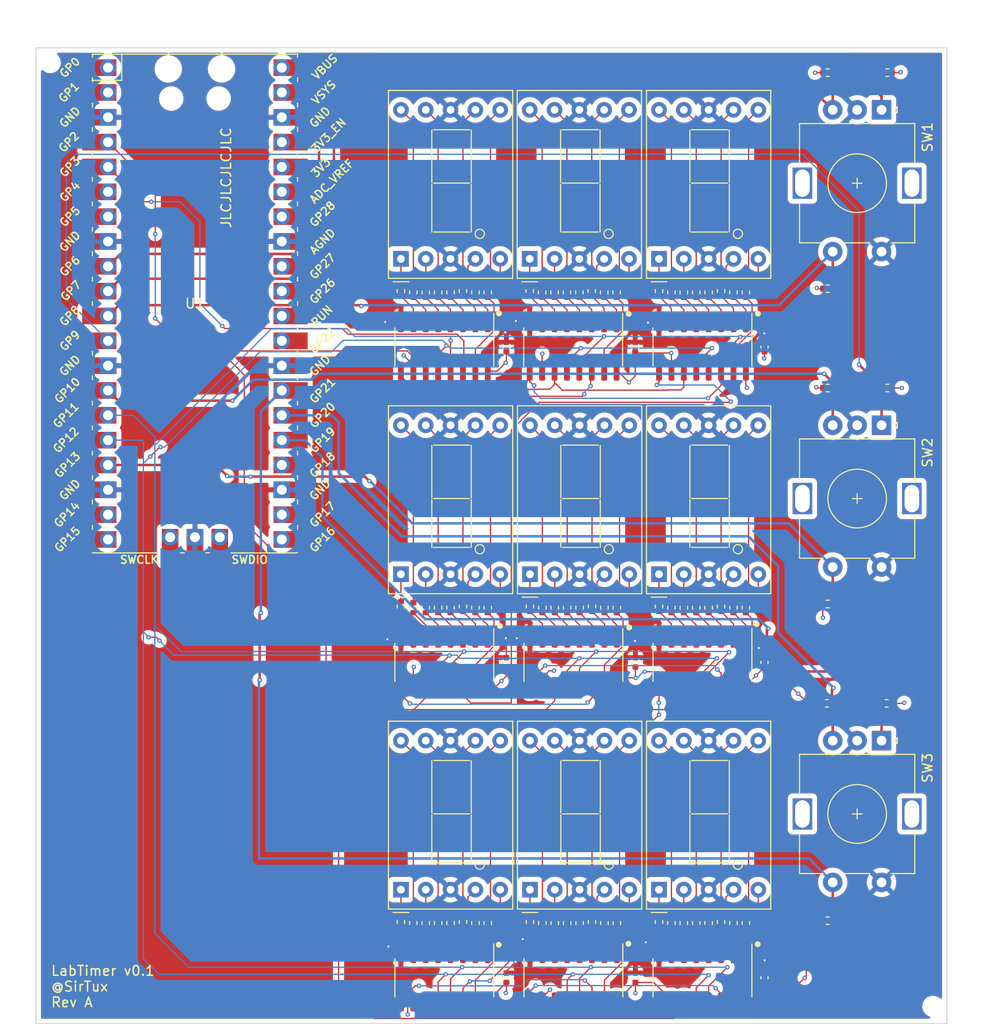
<source format=kicad_pcb>
(kicad_pcb (version 20211014) (generator pcbnew)
  (layers (0 "F.Cu" signal) (1 "In1.Cu" signal) (2 "In2.Cu" signal) (31 "B.Cu" signal) (34 "B.Paste" user) (35 "F.Paste" user) (36 "B.SilkS" user "B.Silkscreen") (37 "F.SilkS" user "F.Silkscreen") (38 "B.Mask" user) (39 "F.Mask" user) (44 "Edge.Cuts" user))
  (net 0 "")
  (net 1 "+3.3V")
  (net 2 "GND")
  (net 3 "Net-(R1-Pad1)")
  (net 4 "Net-(R1-Pad2)")
  (net 5 "Net-(R2-Pad1)")
  (net 6 "Net-(R2-Pad2)")
  (net 7 "Net-(R3-Pad1)")
  (net 8 "Net-(R4-Pad1)")
  (net 9 "Net-(R4-Pad2)")
  (net 10 "Net-(R5-Pad1)")
  (net 11 "Net-(R6-Pad1)")
  (net 12 "Net-(R6-Pad2)")
  (net 13 "Net-(R7-Pad1)")
  (net 14 "Net-(R7-Pad2)")
  (net 15 "Net-(R8-Pad1)")
  (net 16 "Net-(R8-Pad2)")
  (net 17 "Net-(R9-Pad1)")
  (net 18 "Net-(R9-Pad2)")
  (net 19 "Net-(R10-Pad1)")
  (net 20 "Net-(R10-Pad2)")
  (net 21 "/SPIO_TX")
  (net 24 "/SW1_A")
  (net 27 "/SW1_B")
  (net 28 "/SW1_S")
  (net 29 "/SW2_A")
  (net 30 "/SW2_B")
  (net 31 "/SW2_S")
  (net 32 "/SW3_A")
  (net 33 "/SW3_B")
  (net 34 "/SW3_S")
  (net 35 "Net-(R3-Pad2)")
  (net 40 "Net-(R5-Pad2)")
  (net 42 "Net-(R11-Pad2)")
  (net 43 "Net-(R13-Pad2)")
  (net 44 "Net-(R19-Pad2)")
  (net 45 "Net-(R21-Pad2)")
  (net 50 "Net-(R27-Pad2)")
  (net 53 "Net-(R29-Pad2)")
  (net 55 "Net-(R35-Pad2)")
  (net 59 "Net-(R37-Pad2)")
  (net 61 "Net-(R11-Pad1)")
  (net 62 "Net-(R43-Pad2)")
  (net 63 "Net-(R12-Pad1)")
  (net 64 "Net-(R12-Pad2)")
  (net 65 "Net-(R13-Pad1)")
  (net 66 "Net-(R45-Pad2)")
  (net 67 "Net-(R14-Pad1)")
  (net 68 "Net-(R14-Pad2)")
  (net 69 "Net-(R15-Pad1)")
  (net 70 "Net-(R15-Pad2)")
  (net 71 "Net-(R16-Pad1)")
  (net 72 "Net-(R16-Pad2)")
  (net 73 "Net-(R17-Pad1)")
  (net 74 "Net-(R17-Pad2)")
  (net 75 "Net-(R18-Pad1)")
  (net 76 "Net-(R18-Pad2)")
  (net 77 "Net-(R19-Pad1)")
  (net 78 "Net-(R51-Pad2)")
  (net 79 "Net-(R20-Pad1)")
  (net 80 "Net-(R20-Pad2)")
  (net 81 "Net-(R21-Pad1)")
  (net 82 "Net-(R53-Pad2)")
  (net 83 "Net-(R22-Pad1)")
  (net 84 "Net-(R22-Pad2)")
  (net 85 "Net-(R23-Pad1)")
  (net 86 "Net-(R23-Pad2)")
  (net 87 "Net-(R24-Pad1)")
  (net 88 "Net-(R24-Pad2)")
  (net 89 "SPI0_SCK")
  (net 90 "PWM")
  (net 91 "LATCH")
  (net 92 "/Digit1/DATA_OUT")
  (net 93 "/Digit2/DATA_OUT")
  (net 94 "/Digit3/DATA_OUT")
  (net 95 "Net-(R25-Pad1)")
  (net 96 "Net-(R25-Pad2)")
  (net 97 "Net-(R26-Pad1)")
  (net 98 "Net-(R26-Pad2)")
  (net 99 "Net-(R27-Pad1)")
  (net 100 "Net-(R59-Pad2)")
  (net 101 "Net-(R28-Pad1)")
  (net 102 "Net-(R28-Pad2)")
  (net 103 "Net-(R29-Pad1)")
  (net 104 "Net-(R61-Pad2)")
  (net 105 "Net-(R30-Pad1)")
  (net 106 "Net-(R30-Pad2)")
  (net 107 "Net-(R31-Pad1)")
  (net 108 "Net-(R31-Pad2)")
  (net 109 "Net-(R32-Pad1)")
  (net 110 "Net-(R32-Pad2)")
  (net 111 "Net-(R33-Pad1)")
  (net 112 "Net-(R33-Pad2)")
  (net 113 "Net-(R34-Pad1)")
  (net 114 "Net-(R34-Pad2)")
  (net 115 "Net-(R35-Pad1)")
  (net 116 "Net-(R67-Pad2)")
  (net 117 "Net-(R36-Pad1)")
  (net 118 "Net-(R36-Pad2)")
  (net 119 "Net-(R37-Pad1)")
  (net 120 "Net-(R69-Pad2)")
  (net 121 "Net-(R38-Pad1)")
  (net 122 "Net-(R38-Pad2)")
  (net 123 "Net-(R39-Pad1)")
  (net 124 "Net-(R39-Pad2)")
  (net 125 "Net-(R40-Pad1)")
  (net 126 "Net-(R40-Pad2)")
  (net 127 "Net-(R41-Pad1)")
  (net 128 "Net-(R41-Pad2)")
  (net 129 "Net-(R42-Pad1)")
  (net 130 "Net-(R42-Pad2)")
  (net 131 "Net-(R43-Pad1)")
  (net 132 "Net-(R44-Pad1)")
  (net 133 "Net-(R44-Pad2)")
  (net 134 "Net-(R45-Pad1)")
  (net 135 "Net-(R46-Pad1)")
  (net 136 "Net-(R46-Pad2)")
  (net 137 "Net-(R47-Pad1)")
  (net 138 "Net-(R47-Pad2)")
  (net 139 "Net-(R48-Pad1)")
  (net 140 "Net-(R48-Pad2)")
  (net 141 "Net-(R49-Pad1)")
  (net 142 "Net-(R49-Pad2)")
  (net 143 "Net-(R50-Pad1)")
  (net 144 "Net-(R50-Pad2)")
  (net 145 "Net-(R51-Pad1)")
  (net 146 "Net-(R52-Pad1)")
  (net 147 "Net-(R52-Pad2)")
  (net 148 "Net-(R53-Pad1)")
  (net 149 "Net-(R54-Pad1)")
  (net 150 "Net-(R54-Pad2)")
  (net 151 "Net-(R55-Pad1)")
  (net 152 "Net-(R55-Pad2)")
  (net 153 "Net-(R56-Pad1)")
  (net 154 "Net-(R56-Pad2)")
  (net 155 "Net-(R57-Pad1)")
  (net 156 "Net-(R57-Pad2)")
  (net 157 "Net-(R58-Pad1)")
  (net 158 "Net-(R58-Pad2)")
  (net 159 "Net-(R59-Pad1)")
  (net 160 "Net-(R60-Pad1)")
  (net 161 "Net-(R60-Pad2)")
  (net 162 "Net-(R61-Pad1)")
  (net 163 "Net-(R62-Pad1)")
  (net 164 "Net-(R62-Pad2)")
  (net 165 "Net-(R63-Pad1)")
  (net 166 "Net-(R63-Pad2)")
  (net 167 "Net-(R64-Pad1)")
  (net 168 "Net-(R64-Pad2)")
  (net 169 "Net-(R65-Pad1)")
  (net 170 "Net-(R65-Pad2)")
  (net 171 "Net-(R66-Pad1)")
  (net 172 "Net-(R66-Pad2)")
  (net 173 "Net-(R67-Pad1)")
  (net 174 "Net-(R68-Pad1)")
  (net 175 "Net-(R68-Pad2)")
  (net 176 "Net-(R69-Pad1)")
  (net 177 "Net-(R70-Pad1)")
  (net 178 "Net-(R70-Pad2)")
  (net 179 "Net-(R71-Pad1)")
  (net 180 "Net-(R71-Pad2)")
  (net 181 "Net-(R72-Pad1)")
  (net 182 "Net-(R72-Pad2)")
  (net 183 "/Digit4/DATA_OUT")
  (net 184 "/Digit5/DATA_OUT")
  (net 185 "/Digit6/DATA_OUT")
  (net 186 "/Digit7/DATA_OUT")
  (net 187 "/Digit8/DATA_OUT")
  (net 188 "/Digit9/DATA_OUT")
  (footprint "Resistor_SMD:R_0402_1005Metric" (layer "F.Cu") (at 161.796 58.42 180)
    (fp_text reference "R75" hide)
    (fp_text value "5.1k")
  )
  (footprint "Resistor_SMD:R_0402_1005Metric" (layer "F.Cu") (at 150.876 90.9275 90)
    (fp_text reference "R43" hide)
    (fp_text value "120")
  )
  (footprint "Resistor_SMD:R_0402_1005Metric" (layer "F.Cu") (at 127 123.3105 90)
    (fp_text reference "R49" hide)
    (fp_text value "120")
  )
  (footprint "Resistor_SMD:R_0402_1005Metric" (layer "F.Cu") (at 148.336 58.7945 90)
    (fp_text reference "R21" hide)
    (fp_text value "120")
  )
  (footprint "Resistor_SMD:R_0402_1005Metric" (layer "F.Cu") (at 140.208 123.3105 90)
    (fp_text reference "R57" hide)
    (fp_text value "120")
  )
  (footprint "Resistor_SMD:R_0402_1005Metric" (layer "F.Cu") (at 124.46 90.9275 90)
    (fp_text reference "R27" hide)
    (fp_text value "120")
  )
  (footprint "Resistor_SMD:R_0402_1005Metric" (layer "F.Cu") (at 149.606 91.0525 90)
    (fp_text reference "R44" hide)
    (fp_text value "120")
  )
  (footprint "Package_SO:SOIC-16_3.9x9.9mm_P1.27mm" (layer "F.Cu") (at 135.7375 64.3845 -90)
    (fp_text reference "U4" hide)
    (fp_text value "74HC595")
  )
  (footprint "Resistor_SMD:R_0402_1005Metric" (layer "F.Cu") (at 152.146 123.3105 90)
    (fp_text reference "R66" hide)
    (fp_text value "120")
  )
  (footprint "Resistor_SMD:R_0402_1005Metric" (layer "F.Cu") (at 125.73 58.7945 90)
    (fp_text reference "R2" hide)
    (fp_text value "120")
  )
  (footprint "Resistor_SMD:R_0402_1005Metric" (layer "F.Cu") (at 123.19 58.7945 90)
    (fp_text reference "R4" hide)
    (fp_text value "120")
  )
  (footprint "Resistor_SMD:R_0402_1005Metric" (layer "F.Cu") (at 138.938 91.0525 90)
    (fp_text reference "R34" hide)
    (fp_text value "120")
  )
  (footprint "Resistor_SMD:R_0402_1005Metric" (layer "F.Cu") (at 121.92 91.0525 90)
    (fp_text reference "R29" hide)
    (fp_text value "120")
  )
  (footprint "Resistor_SMD:R_0402_1005Metric" (layer "F.Cu") (at 136.398 123.3105 90)
    (fp_text reference "R60" hide)
    (fp_text value "120")
  )
  (footprint "Resistor_SMD:R_0402_1005Metric" (layer "F.Cu") (at 135.128 123.3105 90)
    (fp_text reference "R61" hide)
    (fp_text value "120")
  )
  (footprint "Resistor_SMD:R_0402_1005Metric" (layer "F.Cu") (at 136.398 91.0525 90)
    (fp_text reference "R36" hide)
    (fp_text value "120")
  )
  (footprint "Resistor_SMD:R_0402_1005Metric" (layer "F.Cu") (at 127 58.7945 90)
    (fp_text reference "R1" hide)
    (fp_text value "120")
  )
  (footprint "Resistor_SMD:R_0402_1005Metric" (layer "F.Cu") (at 167.816 100.838 180)
    (fp_text reference "R79" hide)
    (fp_text value "5.1k")
  )
  (footprint "Resistor_SMD:R_0402_1005Metric" (layer "F.Cu") (at 150.876 58.6695 90)
    (fp_text reference "R19" hide)
    (fp_text value "120")
  )
  (footprint "Resistor_SMD:R_0402_1005Metric" (layer "F.Cu") (at 131.318 90.9275 90)
    (fp_text reference "R40" hide)
    (fp_text value "120")
  )
  (footprint "Package_SO:SOIC-16_3.9x9.9mm_P1.27mm" (layer "F.Cu") (at 135.763 96.6425 -90)
    (fp_text reference "U10" hide)
    (fp_text value "74HC595")
  )
  (footprint "Resistor_SMD:R_0402_1005Metric" (layer "F.Cu") (at 119.38 91.0525 90)
    (fp_text reference "R31" hide)
    (fp_text value "120")
  )
  (footprint "Resistor_SMD:R_0402_1005Metric" (layer "F.Cu") (at 120.65 91.0525 90)
    (fp_text reference "R30" hide)
    (fp_text value "120")
  )
  (footprint "Package_SO:SOIC-16_3.9x9.9mm_P1.27mm" (layer "F.Cu") (at 122.555 96.6425 -90)
    (fp_text reference "U8" hide)
    (fp_text value "74HC595")
  )
  (footprint "Display_7Segment:D1X8K" (layer "F.Cu") (at 131.2925 55.372 90)
    (fp_text reference "U5" hide)
    (fp_text value "D168K")
  )
  (footprint "Capacitor_SMD:C_0402_1005Metric" (layer "F.Cu") (at 142.0875 64.3845 90)
    (fp_text reference "C2" hide)
    (fp_text value "100n")
  )
  (footprint "Resistor_SMD:R_0402_1005Metric" (layer "F.Cu") (at 153.416 91.0525 90)
    (fp_text reference "R41" hide)
    (fp_text value "120")
  )
  (footprint "Resistor_SMD:R_0402_1005Metric" (layer "F.Cu") (at 137.668 90.9275 90)
    (fp_text reference "R35" hide)
    (fp_text value "120")
  )
  (footprint "Resistor_SMD:R_0402_1005Metric" (layer "F.Cu") (at 135.128 91.0525 90)
    (fp_text reference "R37" hide)
    (fp_text value "120")
  )
  (footprint "Capacitor_SMD:C_0402_1005Metric" (layer "F.Cu") (at 128.905 64.3845 90)
    (fp_text reference "C1" hide)
    (fp_text value "100n")
  )
  (footprint "Display_7Segment:D1X8K" (layer "F.Cu") (at 144.526 87.63 90)
    (fp_text reference "U13" hide)
    (fp_text value "D168K")
  )
  (footprint "Resistor_SMD:R_0402_1005Metric" (layer "F.Cu") (at 119.38 123.3105 90)
    (fp_text reference "R55" hide)
    (fp_text value "120")
  )
  (footprint "ToolingHole:ToolingHole_JLCSMT" (layer "F.Cu") (at 172.55 131.825)
    (fp_text reference "H2" hide)
    (fp_text value "MountingHole")
  )
  (footprint "Resistor_SMD:R_0402_1005Metric" (layer "F.Cu") (at 161.796 68.58)
    (fp_text reference "R77" hide)
    (fp_text value "5.1k")
  )
  (footprint "Resistor_SMD:R_0402_1005Metric" (layer "F.Cu") (at 132.5625 58.7945 90)
    (fp_text reference "R15" hide)
    (fp_text value "120")
  )
  (footprint "Resistor_SMD:R_0402_1005Metric" (layer "F.Cu") (at 125.73 91.0525 90)
    (fp_text reference "R26" hide)
    (fp_text value "120")
  )
  (footprint "Capacitor_SMD:C_0402_1005Metric" (layer "F.Cu") (at 155.321 64.3845 90)
    (fp_text reference "C3" hide)
    (fp_text value "100n")
  )
  (footprint "Display_7Segment:D1X8K" (layer "F.Cu") (at 118.11 55.372 90)
    (fp_text reference "U3" hide)
    (fp_text value "D168K")
  )
  (footprint "Capacitor_SMD:C_0402_1005Metric" (layer "F.Cu") (at 142.113 96.6425 90)
    (fp_text reference "C5" hide)
    (fp_text value "100n")
  )
  (footprint "Resistor_SMD:R_0402_1005Metric" (layer "F.Cu") (at 118.11 58.6695 90)
    (fp_text reference "R8" hide)
    (fp_text value "120")
  )
  (footprint "Resistor_SMD:R_0402_1005Metric" (layer "F.Cu") (at 145.796 58.7945 90)
    (fp_text reference "R23" hide)
    (fp_text value "120")
  )
  (footprint "Resistor_SMD:R_0402_1005Metric" (layer "F.Cu") (at 161.796 123.063 180)
    (fp_text reference "R81" hide)
    (fp_text value "5.1k")
  )
  (footprint "Resistor_SMD:R_0402_1005Metric" (layer "F.Cu") (at 147.066 91.0525 90)
    (fp_text reference "R46" hide)
    (fp_text value "120")
  )
  (footprint "Resistor_SMD:R_0402_1005Metric" (layer "F.Cu") (at 132.588 91.0525 90)
    (fp_text reference "R39" hide)
    (fp_text value "120")
  )
  (footprint "Resistor_SMD:R_0402_1005Metric" (layer "F.Cu") (at 118.11 90.9275 90)
    (fp_text reference "R32" hide)
    (fp_text value "120")
  )
  (footprint "Resistor_SMD:R_0402_1005Metric" (layer "F.Cu") (at 167.896 36.322 180)
    (fp_text reference "R73" hide)
    (fp_text value "5.1k")
  )
  (footprint "Resistor_SMD:R_0402_1005Metric" (layer "F.Cu") (at 145.796 123.3105 90)
    (fp_text reference "R71" hide)
    (fp_text value "120")
  )
  (footprint "Resistor_SMD:R_0402_1005Metric" (layer "F.Cu") (at 148.336 91.0525 90)
    (fp_text reference "R45" hide)
    (fp_text value "120")
  )
  (footprint "Resistor_SMD:R_0402_1005Metric" (layer "F.Cu") (at 148.336 123.3105 90)
    (fp_text reference "R69" hide)
    (fp_text value "120")
  )
  (footprint "Resistor_SMD:R_0402_1005Metric" (layer "F.Cu") (at 138.938 123.3105 90)
    (fp_text reference "R58" hide)
    (fp_text value "120")
  )
  (footprint "Resistor_SMD:R_0402_1005Metric" (layer "F.Cu") (at 149.606 123.3105 90)
    (fp_text reference "R68" hide)
    (fp_text value "120")
  )
  (footprint "MCU_RaspberryPi_and_Boards:RPi_Pico_SMD_TH" (layer "F.Cu") (at 97.028 59.944)
    (fp_text reference "U1")
    (fp_text value "Pico")
  )
  (footprint "Resistor_SMD:R_0402_1005Metric" (layer "F.Cu") (at 147.066 58.7945 90)
    (fp_text reference "R22" hide)
    (fp_text value "120")
  )
  (footprint "ToolingHole:ToolingHole_JLCSMT" (layer "F.Cu") (at 82.225 35.3)
    (fp_text reference "H1" hide)
    (fp_text value "MountingHole")
  )
  (footprint "Resistor_SMD:R_0402_1005Metric" (layer "F.Cu") (at 153.416 123.3105 90)
    (fp_text reference "R65" hide)
    (fp_text value "120")
  )
  (footprint "Resistor_SMD:R_0402_1005Metric" (layer "F.Cu") (at 161.796 36.322)
    (fp_text reference "R74" hide)
    (fp_text value "5.1k")
  )
  (footprint "Resistor_SMD:R_0402_1005Metric" (layer "F.Cu") (at 121.92 123.3105 90)
    (fp_text reference "R53" hide)
    (fp_text value "120")
  )
  (footprint "Display_7Segment:D1X8K" (layer "F.Cu") (at 131.318 87.63 90)
    (fp_text reference "U11" hide)
    (fp_text value "D168K")
  )
  (footprint "Resistor_SMD:R_0402_1005Metric" (layer "F.Cu") (at 124.46 58.6695 90)
    (fp_text reference "R3" hide)
    (fp_text value "120")
  )
  (footprint "Display_7Segment:D1X8K" (layer "F.Cu") (at 131.318 119.888 90)
    (fp_text reference "U17" hide)
    (fp_text value "D168K")
  )
  (footprint "Resistor_SMD:R_0402_1005Metric" (layer "F.Cu") (at 161.798 90.678 180)
    (fp_text reference "R78" hide)
    (fp_text value "5.1k")
  )
  (footprint "Resistor_SMD:R_0402_1005Metric" (layer "F.Cu") (at 153.416 58.7945 90)
    (fp_text reference "R17" hide)
    (fp_text value "120")
  )
  (footprint "Resistor_SMD:R_0402_1005Metric" (layer "F.Cu") (at 138.9125 58.7945 90)
    (fp_text reference "R10" hide)
    (fp_text value "120")
  )
  (footprint "Display_7Segment:D1X8K" (layer "F.Cu") (at 118.11 119.888 90)
    (fp_text reference "U15" hide)
    (fp_text value "D168K")
  )
  (footprint "Resistor_SMD:R_0402_1005Metric" (layer "F.Cu") (at 120.65 123.3105 90)
    (fp_text reference "R54" hide)
    (fp_text value "120")
  )
  (footprint "Display_7Segment:D1X8K" (layer "F.Cu") (at 144.526 119.888 90)
    (fp_text reference "U19" hide)
    (fp_text value "D168K")
  )
  (footprint "Rotary_Encoder:RotaryEncoder_Alps_EC11E-Switch_Vertical_H20mm" (layer "F.Cu") (at 167.306 104.648 -90)
    (fp_text reference "SW3")
    (fp_text value "RotaryEncoder_Switch")
  )
  (footprint "Display_7Segment:D1X8K" (layer "F.Cu") (at 118.11 87.63 90)
    (fp_text reference "U9" hide)
    (fp_text value "D168K")
  )
  (footprint "Resistor_SMD:R_0402_1005Metric" (layer "F.Cu") (at 147.066 123.3105 90)
    (fp_text reference "R70" hide)
    (fp_text value "120")
  )
  (footprint "Resistor_SMD:R_0402_1005Metric" (layer "F.Cu") (at 131.318 123.1855 90)
    (fp_text reference "R64" hide)
    (fp_text value "120")
  )
  (footprint "Resistor_SMD:R_0402_1005Metric" (layer "F.Cu") (at 145.796 91.0525 90)
    (fp_text reference "R47" hide)
    (fp_text value "120")
  )
  (footprint "Resistor_SMD:R_0402_1005Metric" (layer "F.Cu") (at 137.668 123.1855 90)
    (fp_text reference "R59" hide)
    (fp_text value "120")
  )
  (footprint "Rotary_Encoder:RotaryEncoder_Alps_EC11E-Switch_Vertical_H20mm" (layer "F.Cu") (at 167.306 40.132 -90)
    (fp_text reference "SW1")
    (fp_text value "RotaryEncoder_Switch")
  )
  (footprint "Capacitor_SMD:C_0402_1005Metric" (layer "F.Cu") (at 155.321 96.6425 90)
    (fp_text reference "C6" hide)
    (fp_text value "100n")
  )
  (footprint "Capacitor_SMD:C_0402_1005Metric" (layer "F.Cu") (at 128.905 128.9005 90)
    (fp_text reference "C7" hide)
    (fp_text value "100n")
  )
  (footprint "Resistor_SMD:R_0402_1005Metric" (layer "F.Cu") (at 136.3725 58.7945 90)
    (fp_text reference "R12" hide)
    (fp_text value "120")
  )
  (footprint "Resistor_SMD:R_0402_1005Metric" (layer "F.Cu") (at 150.876 123.1855 90)
    (fp_text reference "R67" hide)
    (fp_text value "120")
  )
  (footprint "Resistor_SMD:R_0402_1005Metric" (layer "F.Cu") (at 152.146 58.7945 90)
    (fp_text reference "R18" hide)
    (fp_text value "120")
  )
  (footprint "Capacitor_SMD:C_0402_1005Metric" (layer "F.Cu") (at 155.321 128.9005 90)
    (fp_text reference "C9" hide)
    (fp_text value "100n")
  )
  (footprint "Package_SO:SOIC-16_3.9x9.9mm_P1.27mm" (layer "F.Cu") (at 148.971 96.6425 -90)
    (fp_text reference "U12" hide)
    (fp_text value "74HC595")
  )
  (footprint "Resistor_SMD:R_0402_1005Metric" (layer "F.Cu") (at 144.526 90.9275 90)
    (fp_text reference "R48" hide)
    (fp_text value "120")
  )
  (footprint "Resistor_SMD:R_0402_1005Metric" (layer "F.Cu") (at 132.588 123.3105 90)
    (fp_text reference "R63" hide)
    (fp_text value "120")
  )
  (footprint "Resistor_SMD:R_0402_1005Metric" (layer "F.Cu") (at 124.46 123.1855 90)
    (fp_text reference "R51" hide)
    (fp_text value "120")
  )
  (footprint "Resistor_SMD:R_0402_1005Metric" (layer "F.Cu") (at 118.11 123.1855 90)
    (fp_text reference "R56" hide)
    (fp_text value "120")
  )
  (footprint "Package_SO:SOIC-16_3.9x9.9mm_P1.27mm" (layer "F.Cu") (at 148.971 128.9005 -90)
    (fp_text reference "U18" hide)
    (fp_text value "74HC595")
  )
  (footprint "Capacitor_SMD:C_0402_1005Metric" (layer "F.Cu") (at 128.905 96.6425 90)
    (fp_text reference "C4" hide)
    (fp_text value "100n")
  )
  (footprint "Resistor_SMD:R_0402_1005Metric" (layer "F.Cu") (at 123.19 91.0525 90)
    (fp_text reference "R28" hide)
    (fp_text value "120")
  )
  (footprint "Rotary_Encoder:RotaryEncoder_Alps_EC11E-Switch_Vertical_H20mm" (layer "F.Cu") (at 167.306 72.39 -90)
    (fp_text reference "SW2")
    (fp_text value "RotaryEncoder_Switch")
  )
  (footprint "Package_SO:SOIC-16_3.9x9.9mm_P1.27mm" (layer "F.Cu") (at 122.555 64.3845 -90)
    (fp_text reference "U2" hide)
    (fp_text value "74HC595")
  )
  (footprint "Resistor_SMD:R_0402_1005Metric" (layer "F.Cu") (at 121.92 58.7945 90)
    (fp_text reference "R5" hide)
    (fp_text value "120")
  )
  (footprint "Resistor_SMD:R_0402_1005Metric" (layer "F.Cu") (at 125.73 123.3105 90)
    (fp_text reference "R50" hide)
    (fp_text value "120")
  )
  (footprint "Resistor_SMD:R_0402_1005Metric" (layer "F.Cu") (at 161.716 100.838)
    (fp_text reference "R80" hide)
    (fp_text value "5.1k")
  )
  (footprint "Resistor_SMD:R_0402_1005Metric" (layer "F.Cu") (at 133.858 123.3105 90)
    (fp_text reference "R62" hide)
    (fp_text value "120")
  )
  (footprint "Resistor_SMD:R_0402_1005Metric" (layer "F.Cu") (at 144.526 58.6695 90)
    (fp_text reference "R24" hide)
    (fp_text value "120")
  )
  (footprint "Capacitor_SMD:C_0402_1005Metric" (layer "F.Cu") (at 142.113 128.9005 90)
    (fp_text reference "C8" hide)
    (fp_text value "100n")
  )
  (footprint "Resistor_SMD:R_0402_1005Metric" (layer "F.Cu") (at 137.6425 58.6695 90)
    (fp_text reference "R11" hide)
    (fp_text value "120")
  )
  (footprint "Resistor_SMD:R_0402_1005Metric" (layer "F.Cu") (at 131.2925 58.6695 90)
    (fp_text reference "R16" hide)
    (fp_text value "120")
  )
  (footprint "Resistor_SMD:R_0402_1005Metric" (layer "F.Cu") (at 123.19 123.3105 90)
    (fp_text reference "R52" hide)
    (fp_text value "120")
  )
  (footprint "Resistor_SMD:R_0402_1005Metric" (layer "F.Cu") (at 133.858 91.0525 90)
    (fp_text reference "R38" hide)
    (fp_text value "120")
  )
  (footprint "Resistor_SMD:R_0402_1005Metric" (layer "F.Cu") (at 120.65 58.7945 90)
    (fp_text reference "R6" hide)
    (fp_text value "120")
  )
  (footprint "Resistor_SMD:R_0402_1005Metric" (layer "F.Cu") (at 135.1025 58.7945 90)
    (fp_text reference "R13" hide)
    (fp_text value "120")
  )
  (footprint "Package_SO:SOIC-16_3.9x9.9mm_P1.27mm" (layer "F.Cu") (at 122.555 128.9005 -90)
    (fp_text reference "U14" hide)
    (fp_text value "74HC595")
  )
  (footprint "Package_SO:SOIC-16_3.9x9.9mm_P1.27mm" (layer "F.Cu") (at 135.763 128.9005 -90)
    (fp_text reference "U16" hide)
    (fp_text value "74HC595")
  )
  (footprint "Display_7Segment:D1X8K" (layer "F.Cu") (at 144.526 55.372 90)
    (fp_text reference "U7" hide)
    (fp_text value "D168K")
  )
  (footprint "Resistor_SMD:R_0402_1005Metric" (layer "F.Cu") (at 133.8325 58.7945 90)
    (fp_text reference "R14" hide)
    (fp_text value "120")
  )
  (footprint "Resistor_SMD:R_0402_1005Metric" (layer "F.Cu") (at 149.606 58.7945 90)
    (fp_text reference "R20" hide)
    (fp_text value "120")
  )
  (footprint "Resistor_SMD:R_0402_1005Metric" (layer "F.Cu") (at 152.146 91.0525 90)
    (fp_text reference "R42" hide)
    (fp_text value "120")
  )
  (footprint "Resistor_SMD:R_0402_1005Metric" (layer "F.Cu") (at 140.208 91.0525 90)
    (fp_text reference "R33" hide)
    (fp_text value "120")
  )
  (footprint "Resistor_SMD:R_0402_1005Metric" (layer "F.Cu") (at 127 91.0525 90)
    (fp_text reference "R25" hide)
    (fp_text value "120")
  )
  (footprint "Package_SO:SOIC-16_3.9x9.9mm_P1.27mm" (layer "F.Cu") (at 148.971 64.3845 -90)
    (fp_text reference "U6" hide)
    (fp_text value "74HC595")
  )
  (footprint "Resistor_SMD:R_0402_1005Metric" (layer "F.Cu") (at 167.896 68.58 180)
    (fp_text reference "R76" hide)
    (fp_text value "5.1k")
  )
  (footprint "Resistor_SMD:R_0402_1005Metric" (layer "F.Cu") (at 140.1825 58.7945 90)
    (fp_text reference "R9" hide)
    (fp_text value "120")
  )
  (footprint "Resistor_SMD:R_0402_1005Metric" (layer "F.Cu") (at 144.526 123.1855 90)
    (fp_text reference "R72" hide)
    (fp_text value "120")
  )
  (footprint "Resistor_SMD:R_0402_1005Metric" (layer "F.Cu") (at 119.38 58.7945 90)
    (fp_text reference "R7" hide)
    (fp_text value "120")
  )
  (gr_circle (center 154.525 92.725) (end 154.675 92.725) (layer "F.SilkS") (width 0.3) (fill solid))
  (gr_circle (center 128.125 125.525) (end 128.275 125.525) (layer "F.SilkS") (width 0.3) (fill solid))
  (gr_circle (center 141.425 61) (end 141.575 61) (layer "F.SilkS") (width 0.3) (fill solid))
  (gr_circle (center 141.4 125.425) (end 141.55 125.425) (layer "F.SilkS") (width 0.3) (fill solid))
  (gr_circle (center 128.15 60.95) (end 128.3 60.95) (layer "F.SilkS") (width 0.3) (fill solid))
  (gr_circle (center 128.25 92.925) (end 128.4 92.925) (layer "F.SilkS") (width 0.3) (fill solid))
  (gr_circle (center 141.475 93.075) (end 141.625 93.075) (layer "F.SilkS") (width 0.3) (fill solid))
  (gr_circle (center 154.625 125.475) (end 154.775 125.475) (layer "F.SilkS") (width 0.3) (fill solid))
  (gr_circle (center 154.65 60.975) (end 154.8 60.975) (layer "F.SilkS") (width 0.3) (fill solid))
  (gr_rect (start 173.99 33.782) (end 80.772 133.604) (layer "Edge.Cuts") (width 0.1) (fill none))
  (gr_text "LabTimer v0.1\n@SirTux \nRev A" (at 82.225 129.8) (layer "F.SilkS") (effects (font (size 1 1)) (justify left)))
  (gr_text "JLCJLCJLCJLC" (at 100.225 47.075 90) (layer "F.SilkS") (effects (font (size 1 1))))
  (segment (start 140.208 131.3755) (end 140.208 131.2855) (width 0.127) (layer "F.Cu") (net 1))
  (segment (start 168.406 36.322) (end 169.203 36.322) (width 0.127) (layer "F.Cu") (net 1))
  (segment (start 155.321 65.529) (end 155.3 65.55) (width 0.127) (layer "F.Cu") (net 1))
  (segment (start 155.321 64.8645) (end 155.321 65.529) (width 0.127) (layer "F.Cu") (net 1))
  (segment (start 133.075 98.6305) (end 133.075 97.725) (width 0.127) (layer "F.Cu") (net 1))
  (segment (start 132.588 99.1175) (end 133.075 98.6305) (width 0.127) (layer "F.Cu") (net 1))
  (segment (start 145.796 131.18896) (end 145.796 131.3755) (width 0.127) (layer "F.Cu") (net 1))
  (segment (start 161.288 90.678) (end 161.288 92.063) (width 0.127) (layer "F.Cu") (net 1))
  (segment (start 161.286 36.322) (end 160.503 36.322) (width 0.127) (layer "F.Cu") (net 1))
  (segment (start 127.9655 66.8595) (end 127 66.8595) (width 0.127) (layer "F.Cu") (net 1))
  (segment (start 128.905 65.92) (end 128.825 66) (width 0.127) (layer "F.Cu") (net 1))
  (segment (start 142.113 129.3805) (end 142.113 130.462) (width 0.127) (layer "F.Cu") (net 1))
  (segment (start 158.9695 129.3805) (end 155.321 129.3805) (width 0.127) (layer "F.Cu") (net 1))
  (segment (start 119.38 66.23) (end 118.4 65.25) (width 0.127) (layer "F.Cu") (net 1))
  (segment (start 161.286 123.063) (end 161.286 123.232898) (width 0.127) (layer "F.Cu") (net 1))
  (segment (start 161.286 58.42) (end 160.745 58.42) (width 0.127) (layer "F.Cu") (net 1))
  (segment (start 119.38 131.3755) (end 118.8 131.9555) (width 0.127) (layer "F.Cu") (net 1))
  (segment (start 127 131.3755) (end 127 131.2855) (width 0.127) (layer "F.Cu") (net 1))
  (segment (start 128.905 98.045) (end 128.4 98.55) (width 0.127) (layer "F.Cu") (net 1))
  (segment (start 119.38 99.1175) (end 119.38 97.145) (width 0.127) (layer "F.Cu") (net 1))
  (segment (start 142.113 98.213) (end 142.125 98.225) (width 0.127) (layer "F.Cu") (net 1))
  (segment (start 154.45925 97.98425) (end 155.321 97.1225) (width 0.127) (layer "F.Cu") (net 1))
  (segment (start 133.3 97.5) (end 133.775 97.5) (width 0.127) (layer "F.Cu") (net 1))
  (segment (start 127 131.2855) (end 128.905 129.3805) (width 0.127) (layer "F.Cu") (net 1))
  (segment (start 169.203 36.322) (end 169.25 36.275) (width 0.127) (layer "F.Cu") (net 1))
  (segment (start 128.905 130.395) (end 128.85 130.45) (width 0.127) (layer "F.Cu") (net 1))
  (segment (start 145.796 65.021) (end 145.775 65) (width 0.127) (layer "F.Cu") (net 1))
  (segment (start 145.796 99.1175) (end 145.796 98.93096) (width 0.127) (layer "F.Cu") (net 1))
  (segment (start 142.113 97.1225) (end 142.113 98.213) (width 0.127) (layer "F.Cu") (net 1))
  (segment (start 141.1005 98.225) (end 140.208 99.1175) (width 0.127) (layer "F.Cu") (net 1))
  (segment (start 153.416 131.3755) (end 153.416 131.2855) (width 0.127) (layer "F.Cu") (net 1))
  (segment (start 127.8325 99.1175) (end 128.4 98.55) (width 0.127) (layer "F.Cu") (net 1))
  (segment (start 132.588 131.3755) (end 132.588 130.902) (width 0.127) (layer "F.Cu") (net 1))
  (segment (start 145.796 66.8595) (end 145.796 65.021) (width 0.127) (layer "F.Cu") (net 1))
  (segment (start 132.5625 65.0875) (end 132.575 65.075) (width 0.127) (layer "F.Cu") (net 1))
  (segment (start 142.0875 67.3625) (end 141.45 68) (width 0.127) (layer "F.Cu") (net 1))
  (segment (start 153.416 99.0275) (end 154.45925 97.98425) (width 0.127) (layer "F.Cu") (net 1))
  (segment (start 160.503 36.322) (end 160.5 36.325) (width 0.127) (layer "F.Cu") (net 1))
  (segment (start 128.905 97.1225) (end 128.905 98.045) (width 0.127) (layer "F.Cu") (net 1))
  (segment (start 142.0875 64.8645) (end 142.0875 67.3625) (width 0.127) (layer "F.Cu") (net 1))
  (segment (start 161.286 68.58) (end 160.705 68.58) (width 0.127) (layer "F.Cu") (net 1))
  (segment (start 161.288 92.063) (end 161.3 92.075) (width 0.127) (layer "F.Cu") (net 1))
  (segment (start 160.745 58.42) (end 160.675 58.35) (width 0.127) (layer "F.Cu") (net 1))
  (segment (start 155.321 97.1225) (end 156.0475 97.1225) (width 0.127) (layer "F.Cu") (net 1))
  (segment (start 153.416 131.2855) (end 155.321 129.3805) (width 0.127) (layer "F.Cu") (net 1))
  (segment (start 132.588 130.902) (end 133.375 130.115) (width 0.127) (layer "F.Cu") (net 1))
  (segment (start 142.113 129.3805) (end 143.98754 129.3805) (width 0.127) (layer "F.Cu") (net 1))
  (segment (start 145.796 131.3755) (end 145.796 130.869) (width 0.127) (layer "F.Cu") (net 1))
  (segment (start 160.705 68.58) (end 160.625 68.5) (width 0.127) (layer "F.Cu") (net 1))
  (segment (start 156.0475 97.1225) (end 158.775 99.85) (width 0.127) (layer "F.Cu") (net 1))
  (segment (start 143.98754 129.3805) (end 145.796 131.18896) (width 0.127) (layer "F.Cu") (net 1))
  (segment (start 159.6 128.75) (end 158.9695 129.3805) (width 0.127) (layer "F.Cu") (net 1))
  (segment (start 169.562 100.838) (end 169.625 100.775) (width 0.127) (layer "F.Cu") (net 1))
  (segment (start 132.5625 66.8595) (end 132.5625 65.0875) (width 0.127) (layer "F.Cu") (net 1))
  (segment (start 161.286 123.232898) (end 159.6 124.918898) (width 0.127) (layer "F.Cu") (net 1))
  (segment (start 168.406 68.58) (end 169.37 68.58) (width 0.127) (layer "F.Cu") (net 1))
  (segment (start 142.113 130.462) (end 142.1 130.475) (width 0.127) (layer "F.Cu") (net 1))
  (segment (start 153.416 68.441) (end 153.525 68.55) (width 0.127) (layer "F.Cu") (net 1))
  (segment (start 153.416 99.1175) (end 153.416 99.0275) (width 0.127) (layer "F.Cu") (net 1))
  (segment (start 128.905 64.8645) (end 128.905 65.92) (width 0.127) (layer "F.Cu") (net 1))
  (segment (start 144.46504 97.6) (end 143.075 97.6) (width 0.127) (layer "F.Cu") (net 1))
  (segment (start 118.8 131.9555) (end 118.8 132.6555) (width 0.127) (layer "F.Cu") (net 1))
  (segment (start 159.6 124.918898) (end 159.6 128.75) (width 0.127) (layer "F.Cu") (net 1))
  (segment (start 140.3095 66.8595) (end 141.45 68) (width 0.127) (layer "F.Cu") (net 1))
  (segment (start 145.775 65) (end 142.223 65) (width 0.127) (layer "F.Cu") (net 1))
  (segment (start 145.796 98.93096) (end 144.46504 97.6) (width 0.127) (layer "F.Cu") (net 1))
  (segment (start 159.763 100.838) (end 158.775 99.85) (width 0.127) (layer "F.Cu") (net 1))
  (segment (start 142.223 65) (end 142.0875 64.8645) (width 0.127) (layer "F.Cu") (net 1))
  (segment (start 169.37 68.58) (end 169.375 68.575) (width 0.127) (layer "F.Cu") (net 1))
  (segment (start 127 99.1175) (end 127.8325 99.1175) (width 0.127) (layer "F.Cu") (net 1))
  (segment (start 153.416 66.8595) (end 153.416 68.441) (width 0.127) (layer "F.Cu") (net 1))
  (segment (start 161.206 100.838) (end 159.763 100.838) (width 0.127) (layer "F.Cu") (net 1))
  (segment (start 128.825 66) (end 127.9655 66.8595) (width 0.127) (layer "F.Cu") (net 1))
  (segment (start 142.125 98.225) (end 141.1005 98.225) (width 0.127) (layer "F.Cu") (net 1))
  (segment (start 128.905 129.3805) (end 128.905 130.395) (width 0.127) (layer "F.Cu") (net 1))
  (segment (start 119.38 97.145) (end 119.425 97.1) (width 0.127) (layer "F.Cu") (net 1))
  (segment (start 133.075 97.725) (end 133.3 97.5) (width 0.127) (layer "F.Cu") (net 1))
  (segment (start 161.286 68.58) (end 161.286 68.311) (width 0.127) (layer "F.Cu") (net 1))
  (segment (start 168.326 100.838) (end 169.562 100.838) (width 0.127) (layer "F.Cu") (net 1))
  (segment (start 140.1825 66.8595) (end 140.3095 66.8595) (width 0.127) (layer "F.Cu") (net 1))
  (segment (start 140.208 131.2855) (end 142.113 129.3805) (width 0.127) (layer "F.Cu") (net 1))
  (segment (start 119.38 66.8595) (end 119.38 66.23) (width 0.127) (layer "F.Cu") (net 1))
  (via (at 118.4 65.25) (size 0.45) (drill 0.2) (layers "F.Cu" "B.Cu") (net 1))
  (via (at 161.3 92.075) (size 0.45) (drill 0.2) (layers "F.Cu" "B.Cu") (net 1))
  (via (at 159.4375 128.9125) (size 0.45) (drill 0.2) (layers "F.Cu" "B.Cu") (net 1))
  (via (at 160.5 36.325) (size 0.45) (drill 0.2) (layers "F.Cu" "B.Cu") (net 1))
  (via (at 141.45 68) (size 0.45) (drill 0.2) (layers "F.Cu" "B.Cu") (net 1))
  (via (at 155.3 65.55) (size 0.45) (drill 0.2) (layers "F.Cu" "B.Cu") (net 1))
  (via (at 142.1 130.475) (size 0.45) (drill 0.2) (layers "F.Cu" "B.Cu") (net 1))
  (via (at 145.775 65) (size 0.45) (drill 0.2) (layers "F.Cu" "B.Cu") (net 1))
  (via (at 154.45925 97.98425) (size 0.45) (drill 0.2) (layers "F.Cu" "B.Cu") (net 1))
  (via (at 169.375 68.575) (size 0.45) (drill 0.2) (layers "F.Cu" "B.Cu") (net 1))
  (via (at 128.4 98.55) (size 0.45) (drill 0.2) (layers "F.Cu" "B.Cu") (net 1))
  (via (at 142.125 98.225) (size 0.45) (drill 0.2) (layers "F.Cu" "B.Cu") (net 1))
  (via (at 133.775 97.5) (size 0.45) (drill 0.2) (layers "F.Cu" "B.Cu") (net 1))
  (via (at 119.425 97.1) (size 0.45) (drill 0.2) (layers "F.Cu" "B.Cu") (net 1))
  (via (at 160.675 58.35) (size 0.45) (drill 0.2) (layers "F.Cu" "B.Cu") (net 1))
  (via (at 143.075 97.6) (size 0.45) (drill 0.2) (layers "F.Cu" "B.Cu") (net 1))
  (via (at 133.375 130.115) (size 0.45) (drill 0.2) (layers "F.Cu" "B.Cu") (net 1))
  (via (at 132.575 65.075) (size 0.45) (drill 0.2) (layers "F.Cu" "B.Cu") (net 1))
  (via (at 169.25 36.275) (size 0.45) (drill 0.2) (layers "F.Cu" "B.Cu") (net 1))
  (via (at 158.775 99.85) (size 0.45) (drill 0.2) (layers "F.Cu" "B.Cu") (net 1))
  (via (at 128.85 130.45) (size 0.45) (drill 0.2) (layers "F.Cu" "B.Cu") (net 1))
  (via (at 169.625 100.775) (size 0.45) (drill 0.2) (layers "F.Cu" "B.Cu") (net 1))
  (via (at 160.625 68.5) (size 0.45) (drill 0.2) (layers "F.Cu" "B.Cu") (net 1))
  (via (at 118.8 132.6555) (size 0.45) (drill 0.2) (layers "F.Cu" "B.Cu") (net 1))
  (via (at 128.825 66) (size 0.45) (drill 0.2) (layers "F.Cu" "B.Cu") (net 1))
  (via (at 153.525 68.55) (size 0.45) (drill 0.2) (layers "F.Cu" "B.Cu") (net 1))
  (segment (start 142.125 98.225) (end 142.3 98.225) (width 0.127) (layer "B.Cu") (net 1))
  (segment (start 142.3 98.225) (end 142.85 97.675) (width 0.127) (layer "B.Cu") (net 1))
  (segment (start 144.526 61.9095) (end 143.7845 61.9095) (width 0.127) (layer "F.Cu") (net 2))
  (segment (start 131.108 61.725) (end 129.875 61.725) (width 0.127) (layer "F.Cu") (net 2))
  (segment (start 142.113 128.4205) (end 142.113 126.337) (width 0.127) (layer "F.Cu") (net 2))
  (segment (start 144.3255 126.4255) (end 143.175 125.275) (width 0.127) (layer "F.Cu") (net 2))
  (segment (start 142.3575 94.1675) (end 142.075 94.45) (width 0.127) (layer "F.Cu") (net 2))
  (segment (start 155.321 63.9045) (end 155.321 63.021) (width 0.127) (layer "F.Cu") (net 2))
  (segment (start 144.526 94.1675) (end 142.3575 94.1675) (width 0.127) (layer "F.Cu") (net 2))
  (segment (start 118.11 94.1675) (end 118.0025 94.275) (width 0.127) (layer "F.Cu") (net 2))
  (segment (start 142.113 96.1625) (end 142.113 94.488) (width 0.127) (layer "F.Cu") (net 2))
  (segment (start 155.321 128.4205) (end 155.321 127.129) (width 0.127) (layer "F.Cu") (net 2))
  (segment (start 131.318 125.693) (end 130.575 124.95) (width 0.127) (layer "F.Cu") (net 2))
  (segment (start 128.775 62.885) (end 129.875 61.785) (width 0.127) (layer "F.Cu") (net 2))
  (segment (start 142.0875 63.2125) (end 143.4 61.9) (width 0.127) (layer "F.Cu") (net 2))
  (segment (start 128.905 63.015) (end 128.775 62.885) (width 0.127) (layer "F.Cu") (net 2))
  (segment (start 116.775 125.675) (end 116.8 125.675) (width 0.127) (layer "F.Cu") (net 2))
  (segment (start 129.9825 94.1675) (end 129.975 94.175) (width 0.127) (layer "F.Cu") (net 2))
  (segment (start 143.7845 61.9095) (end 143.4095 61.9095) (width 0.127) (layer "F.Cu") (net 2))
  (segment (start 116.8 125.675) (end 116.825 125.7) (width 0.127) (layer "F.Cu") (net 2))
  (segment (start 129.875 61.785) (end 129.875 61.725) (width 0.127) (layer "F.Cu") (net 2))
  (segment (start 128.905 96.1625) (end 128.905 94.23) (width 0.127) (layer "F.Cu") (net 2))
  (segment (start 131.2925 61.9095) (end 131.108 61.725) (width 0.127) (layer "F.Cu") (net 2))
  (segment (start 128.905 94.23) (end 128.85 94.175) (width 0.127) (layer "F.Cu") (net 2))
  (segment (start 117.5255 126.4255) (end 116.775 125.675) (width 0.127) (layer "F.Cu") (net 2))
  (segment (start 131.318 94.1675) (end 129.9825 94.1675) (width 0.127) (layer "F.Cu") (net 2))
  (segment (start 118.11 61.9095) (end 116.5845 61.9095) (width 0.127) (layer "F.Cu") (net 2))
  (segment (start 128.905 128.22) (end 129.85 127.275) (width 0.127) (layer "F.Cu") (net 2))
  (segment (start 118.0025 94.275) (end 116.725 94.275) (width 0.127) (layer "F.Cu") (net 2))
  (segment (start 142.0875 63.9045) (end 142.0875 63.2125) (width 0.127) (layer "F.Cu") (net 2))
  (segment (start 128.905 128.4205) (end 128.905 128.22) (width 0.127) (layer "F.Cu") (net 2))
  (segment (start 155.321 96.1625) (end 155.321 95.771) (width 0.127) (layer "F.Cu") (net 2))
  (segment (start 155.321 127.129) (end 155.325 127.125) (width 0.127) (layer "F.Cu") (net 2))
  (segment (start 142.113 126.337) (end 143.175 125.275) (width 0.127) (layer "F.Cu") (net 2))
  (segment (start 131.318 126.4255) (end 131.318 125.693) (width 0.127) (layer "F.Cu") (net 2))
  (segment (start 128.905 63.9045) (end 128.905 63.015) (width 0.127) (layer "F.Cu") (net 2))
  (segment (start 155.321 63.021) (end 155.3 63) (width 0.127) (layer "F.Cu") (net 2))
  (segment (start 142.113 94.488) (end 142.075 94.45) (width 0.127) (layer "F.Cu") (net 2))
  (segment (start 143.4095 61.9095) (end 143.4 61.9) (width 0.127) (layer "F.Cu") (net 2))
  (segment (start 116.5845 61.9095) (end 116.5 61.825) (width 0.127) (layer "F.Cu") (net 2))
  (segment (start 155.321 95.771) (end 154.725 95.175) (width 0.127) (layer "F.Cu") (net 2))
  (segment (start 118.11 126.4255) (end 117.5255 126.4255) (width 0.127) (layer "F.Cu") (net 2))
  (segment (start 144.526 126.4255) (end 144.3255 126.4255) (width 0.127) (layer "F.Cu") (net 2))
  (via (at 129.975 94.175) (size 0.45) (drill 0.2) (layers "F.Cu" "B.Cu") (net 2))
  (via (at 129.85 127.275) (size 0.45) (drill 0.2) (layers "F.Cu" "B.Cu") (net 2))
  (via (at 128.85 94.175) (size 0.45) (drill 0.2) (layers "F.Cu" "B.Cu") (net 2))
  (via (at 155.325 127.125) (size 0.45) (drill 0.2) (layers "F.Cu" "B.Cu") (net 2))
  (via (at 154.725 95.175) (size 0.45) (drill 0.2) (layers "F.Cu" "B.Cu") (net 2))
  (via (at 143.4 61.9) (size 0.45) (drill 0.2) (layers "F.Cu" "B.Cu") (net 2))
  (via (at 130.575 124.95) (size 0.45) (drill 0.2) (layers "F.Cu" "B.Cu") (net 2))
  (via (at 155.3 63) (size 0.45) (drill 0.2) (layers "F.Cu" "B.Cu") (net 2))
  (via (at 116.825 125.7) (size 0.45) (drill 0.2) (layers "F.Cu" "B.Cu") (net 2))
  (via (at 143.175 125.275) (size 0.45) (drill 0.2) (layers "F.Cu" "B.Cu") (net 2))
  (via (at 116.5 61.825) (size 0.45) (drill 0.2) (layers "F.Cu" "B.Cu") (net 2))
  (via (at 128.775 62.885) (size 0.45) (drill 0.2) (layers "F.Cu" "B.Cu") (net 2))
  (via (at 129.875 61.725) (size 0.45) (drill 0.2) (layers "F.Cu" "B.Cu") (net 2))
  (via (at 142.075 94.45) (size 0.45) (drill 0.2) (layers "F.Cu" "B.Cu") (net 2))
  (via (at 116.725 94.275) (size 0.45) (drill 0.2) (layers "F.Cu" "B.Cu") (net 2))
  (segment locked (start 125.73 64.63604) (end 127.635 62.73104) (width 0.127) (layer "F.Cu") (net 3))
  (segment locked (start 127.635 59.9395) (end 127 59.3045) (width 0.127) (layer "F.Cu") (net 3))
  (segment locked (start 125.73 66.8595) (end 125.73 64.63604) (width 0.127) (layer "F.Cu") (net 3))
  (segment locked (start 127.635 62.73104) (end 127.635 59.9395) (width 0.127) (layer "F.Cu") (net 3))
  (segment locked (start 128.27 57.0145) (end 128.27 55.372) (width 0.127) (layer "F.Cu") (net 4))
  (segment locked (start 127 58.2845) (end 128.27 57.0145) (width 0.127) (layer "F.Cu") (net 4))
  (segment locked (start 127 60.5745) (end 127 61.9095) (width 0.127) (layer "F.Cu") (net 5))
  (segment locked (start 125.73 59.3045) (end 127 60.5745) (width 0.127) (layer "F.Cu") (net 5))
  (segment locked (start 127.2795 41.1225) (end 128.27 40.132) (width 0.127) (layer "F.Cu") (net 6))
  (segment locked (start 125.73 58.2845) (end 127.2795 56.735) (width 0.127) (layer "F.Cu") (net 6))
  (segment locked (start 127.2795 56.735) (end 127.2795 41.1225) (width 0.127) (layer "F.Cu") (net 6))
  (segment locked (start 124.46 59.1795) (end 125.73 60.4495) (width 0.127) (layer "F.Cu") (net 7))
  (segment locked (start 125.73 60.4495) (end 125.73 61.9095) (width 0.127) (layer "F.Cu") (net 7))
  (segment locked (start 124.46 60.5745) (end 124.46 61.9095) (width 0.127) (layer "F.Cu") (net 8))
  (segment locked (start 123.19 59.3045) (end 124.46 60.5745) (width 0.127) (layer "F.Cu") (net 8))
  (segment locked (start 123.5255 58.62) (end 123.19 58.2845) (width 0.127) (layer "F.Cu") (net 9))
  (segment locked (start 124.9705 56.1315) (end 124.9705 58.429327) (width 0.127) (layer "F.Cu") (net 9))
  (segment locked (start 124.9705 58.429327) (end 124.779827 58.62) (width 0.127) (layer "F.Cu") (net 9))
  (segment locked (start 124.779827 58.62) (end 123.5255 58.62) (width 0.127) (layer "F.Cu") (net 9))
  (segment locked (start 125.73 55.372) (end 124.9705 56.1315) (width 0.127) (layer "F.Cu") (net 9))
  (segment locked (start 123.19 60.5745) (end 123.19 61.9095) (width 0.127) (layer "F.Cu") (net 10))
  (segment locked (start 121.92 59.3045) (end 123.19 60.5745) (width 0.127) (layer "F.Cu") (net 10))
  (segment locked (start 120.65 59.3045) (end 121.92 60.5745) (width 0.127) (layer "F.Cu") (net 11))
  (segment locked (start 121.92 60.5745) (end 121.92 61.9095) (width 0.127) (layer "F.Cu") (net 11))
  (segment locked (start 120.65 55.372) (end 120.65 58.2845) (width 0.127) (layer "F.Cu") (net 12))
  (segment locked (start 119.38 59.3045) (end 120.65 60.5745) (width 0.127) (layer "F.Cu") (net 13))
  (segment locked (start 120.65 60.5745) (end 120.65 61.9095) (width 0.127) (layer "F.Cu") (net 13))
  (segment locked (start 118.11 40.132) (end 119.38 41.402) (width 0.127) (layer "F.Cu") (net 14))
  (segment locked (start 119.38 41.402) (end 119.38 58.2845) (width 0.127) (layer "F.Cu") (net 14))
  (segment locked (start 119.38 60.4495) (end 119.38 61.9095) (width 0.127) (layer "F.Cu") (net 15))
  (segment locked (start 118.11 59.1795) (end 119.38 60.4495) (width 0.127) (layer "F.Cu") (net 15))
  (segment locked (start 118.11 55.372) (end 118.11 58.1595) (width 0.127) (layer "F.Cu") (net 16))
  (segment locked (start 138.9125 66.8595) (end 138.9125 64.63604) (width 0.127) (layer "F.Cu") (net 17))
  (segment locked (start 140.8175 59.9395) (end 140.1825 59.3045) (width 0.127) (layer "F.Cu") (net 17))
  (segment locked (start 140.8175 62.73104) (end 140.8175 59.9395) (width 0.127) (layer "F.Cu") (net 17))
  (segment locked (start 138.9125 64.63604) (end 140.8175 62.73104) (width 0.127) (layer "F.Cu") (net 17))
  (segment locked (start 141.4525 57.0145) (end 141.4525 55.372) (width 0.127) (layer "F.Cu") (net 18))
  (segment locked (start 140.1825 58.2845) (end 141.4525 57.0145) (width 0.127) (layer "F.Cu") (net 18))
  (segment locked (start 140.1825 60.5745) (end 140.1825 61.9095) (width 0.127) (layer "F.Cu") (net 19))
  (segment locked (start 138.9125 59.3045) (end 140.1825 60.5745) (width 0.127) (layer "F.Cu") (net 19))
  (segment locked (start 140.462 56.735) (end 140.462 41.1225) (width 0.127) (layer "F.Cu") (net 20))
  (segment locked (start 140.462 41.1225) (end 141.4525 40.132) (width 0.127) (layer "F.Cu") (net 20))
  (segment locked (start 138.9125 58.2845) (end 140.462 56.735) (width 0.127) (layer "F.Cu") (net 20))
  (segment (start 91.694 49.53) (end 92.549 49.53) (width 0.127) (layer "F.Cu") (net 21))
  (segment (start 123.85 63.075) (end 124.55 63.775) (width 0.127) (layer "F.Cu") (net 21))
  (segment (start 124.55 66.7695) (end 124.46 66.8595) (width 0.127) (layer "F.Cu") (net 21))
  (segment (start 112.1 62.5) (end 112.675 63.075) (width 0.127) (layer "F.Cu") (net 21))
  (segment (start 100.092 62.5) (end 112.1 62.5) (width 0.127) (layer "F.Cu") (net 21))
  (segment (start 112.675 63.075) (end 123.85 63.075) (width 0.127) (layer "F.Cu") (net 21))
  (segment (start 88.138 45.974) (end 91.694 49.53) (width 0.127) (layer "F.Cu") (net 21))
  (segment (start 124.55 63.775) (end 124.55 66.7695) (width 0.127) (layer "F.Cu") (net 21))
  (segment (start 99.822 62.23) (end 100.092 62.5) (width 0.127) (layer "F.Cu") (net 21))
  (via (at 92.549 49.53) (size 0.45) (drill 0.2) (layers "F.Cu" "B.Cu") (net 21))
  (via (at 99.822 62.23) (size 0.45) (drill 0.2) (layers "F.Cu" "B.Cu") (net 21))
  (segment (start 92.549 49.53) (end 95.504 49.53) (width 0.127) (layer "B.Cu") (net 21))
  (segment (start 97.536 59.944) (end 99.822 62.23) (width 0.127) (layer "B.Cu") (net 21))
  (segment (start 97.536 51.816) (end 97.536 59.944) (width 0.127) (layer "B.Cu") (net 21))
  (segment (start 97.536 51.562) (end 97.536 51.816) (width 0.127) (layer "B.Cu") (net 21))
  (segment (start 95.504 49.53) (end 97.536 51.562) (width 0.127) (layer "B.Cu") (net 21))
  (segment (start 109.728 53.792) (end 108.656 54.864) (width 0.254) (layer "F.Cu") (net 24))
  (segment (start 109.728 41.402) (end 109.728 53.792) (width 0.254) (layer "F.Cu") (net 24))
  (segment (start 89.408 54.864) (end 88.138 56.134) (width 0.254) (layer "F.Cu") (net 24))
  (segment (start 108.656 54.864) (end 89.408 54.864) (width 0.254) (layer "F.Cu") (net 24))
  (segment (start 163.322 34.798) (end 116.332 34.798) (width 0.254) (layer "F.Cu") (net 24))
  (segment (start 167.306 38.782) (end 163.322 34.798) (width 0.254) (layer "F.Cu") (net 24))
  (segment (start 116.332 34.798) (end 109.728 41.402) (width 0.254) (layer "F.Cu") (net 24))
  (segment (start 167.306 36.402) (end 167.386 36.322) (width 0.254) (layer "F.Cu") (net 24))
  (segment (start 167.306 40.132) (end 167.306 38.782) (width 0.254) (layer "F.Cu") (net 24))
  (segment (start 167.306 40.132) (end 167.306 36.402) (width 0.254) (layer "F.Cu") (net 24))
  (segment (start 109.982 57.404) (end 111.252 56.134) (width 0.254) (layer "F.Cu") (net 27))
  (segment (start 162.306 40.132) (end 162.306 36.322) (width 0.254) (layer "F.Cu") (net 27))
  (segment (start 88.138 58.674) (end 89.408 57.404) (width 0.254) (layer "F.Cu") (net 27))
  (segment (start 89.408 57.404) (end 109.982 57.404) (width 0.254) (layer "F.Cu") (net 27))
  (segment (start 116.078 36.576) (end 158.75 36.576) (width 0.254) (layer "F.Cu") (net 27))
  (segment (start 158.75 36.576) (end 162.306 40.132) (width 0.254) (layer "F.Cu") (net 27))
  (segment (start 111.252 56.134) (end 111.252 41.402) (width 0.254) (layer "F.Cu") (net 27))
  (segment (start 111.252 41.402) (end 116.078 36.576) (width 0.254) (layer "F.Cu") (net 27))
  (segment (start 89.242 60.11) (end 88.138 61.214) (width 0.254) (layer "F.Cu") (net 28))
  (segment (start 162.306 58.42) (end 162.306 54.632) (width 0.254) (layer "F.Cu") (net 28))
  (segment (start 114.046 60.198) (end 113.958 60.11) (width 0.254) (layer "F.Cu") (net 28))
  (segment (start 113.958 60.11) (end 89.242 60.11) (width 0.254) (layer "F.Cu") (net 28))
  (via (at 114.046 60.198) (size 0.45) (drill 0.2) (layers "F.Cu" "B.Cu") (net 28))
  (segment (start 114.134 60.11) (end 114.046 60.198) (width 0.254) (layer "B.Cu") (net 28))
  (segment (start 162.306 54.632) (end 156.828 60.11) (width 0.254) (layer "B.Cu") (net 28))
  (segment (start 156.828 60.11) (end 114.134 60.11) (width 0.254) (layer "B.Cu") (net 28))
  (segment (start 167.306 68.66) (end 167.386 68.58) (width 0.254) (layer "F.Cu") (net 29))
  (segment (start 167.306 72.39) (end 167.306 68.66) (width 0.254) (layer "F.Cu") (net 29))
  (segment (start 167.386 68.58) (end 165.006 66.2) (width 0.254) (layer "F.Cu") (net 29))
  (via (at 165.006 66.2) (size 0.45) (drill 0.2) (layers "F.Cu" "B.Cu") (net 29))
  (segment (start 165.006 66.2) (end 165.006 50.451) (width 0.127) (layer "B.Cu") (net 29))
  (segment (start 83.875 45.575) (end 83.875 59.491) (width 0.127) (layer "B.Cu") (net 29))
  (segment (start 84.775 44.675) (end 83.875 45.575) (width 0.127) (layer "B.Cu") (net 29))
  (segment (start 159.23 44.675) (end 84.775 44.675) (width 0.127) (layer "B.Cu") (net 29))
  (segment (start 83.875 59.491) (end 88.138 63.754) (width 0.127) (layer "B.Cu") (net 29))
  (segment (start 165.006 50.451) (end 159.23 44.675) (width 0.127) (layer "B.Cu") (net 29))
  (segment (start 162.306 68.58) (end 162.306 68.006) (width 0.254) (layer "F.Cu") (net 30))
  (segment (start 162.306 68.006) (end 161.425 67.125) (width 0.254) (layer "F.Cu") (net 30))
  (segment (start 162.306 72.39) (end 162.306 68.58) (width 0.254) (layer "F.Cu") (net 30))
  (segment (start 100.875 69.875) (end 89.179 69.875) (width 0.254) (layer "F.Cu") (net 30))
  (segment (start 89.179 69.875) (end 88.138 68.834) (width 0.254) (layer "F.Cu") (net 30))
  (via (at 161.425 67.125) (size 0.45) (drill 0.2) (layers "F.Cu" "B.Cu") (net 30))
  (via (at 100.875 69.875) (size 0.45) (drill 0.2) (layers "F.Cu" "B.Cu") (net 30))
  (segment (start 103.25 67.725) (end 103.025 67.725) (width 0.254) (layer "B.Cu") (net 30))
  (segment (start 109.25 67.5) (end 109.025 67.725) (width 0.254) (layer "B.Cu") (net 30))
  (segment (start 109.025 67.725) (end 103.25 67.725) (width 0.254) (layer "B.Cu") (net 30))
  (segment (start 161.425 67.125) (end 109.625 67.125) (width 0.254) (layer "B.Cu") (net 30))
  (segment (start 103.025 67.725) (end 100.875 69.875) (width 0.254) (layer "B.Cu") (net 30))
  (segment (start 109.625 67.125) (end 109.25 67.5) (width 0.254) (layer "B.Cu") (net 30))
  (segment (start 102.7325 77.6425) (end 102.725 77.65) (width 0.254) (layer "F.Cu") (net 31))
  (segment (start 114.4175 77.6425) (end 102.7325 77.6425) (width 0.254) (layer "F.Cu") (net 31))
  (segment (start 99.204 76.454) (end 88.138 76.454) (width 0.254) (layer "F.Cu") (net 31))
  (segment (start 162.308 90.678) (end 162.306 90.676) (width 0.254) (layer "F.Cu") (net 31))
  (segment (start 114.875 78.1) (end 114.4175 77.6425) (width 0.254) (layer "F.Cu") (net 31))
  (segment (start 162.306 90.676) (end 162.306 86.89) (width 0.254) (layer "F.Cu") (net 31))
  (segment (start 100.325 77.575) (end 99.204 76.454) (width 0.254) (layer "F.Cu") (net 31))
  (via (at 100.325 77.575) (size 0.45) (drill 0.2) (layers "F.Cu" "B.Cu") (net 31))
  (via (at 102.725 77.65) (size 0.45) (drill 0.2) (layers "F.Cu" "B.Cu") (net 31))
  (via (at 114.875 78.1) (size 0.45) (drill 0.2) (layers "F.Cu" "B.Cu") (net 31))
  (segment (start 119.275 82.425) (end 115.075 78.225) (width 0.254) (layer "B.Cu") (net 31))
  (segment (start 154.25 82.425) (end 119.275 82.425) (width 0.254) (layer "B.Cu") (net 31))
  (segment (start 102.725 77.65) (end 100.4 77.65) (width 0.254) (layer "B.Cu") (net 31))
  (segment (start 162.306 86.89) (end 157.841 82.425) (width 0.254) (layer "B.Cu") (net 31))
  (segment (start 157.841 82.425) (end 154.25 82.425) (width 0.254) (layer "B.Cu") (net 31))
  (segment (start 100.4 77.65) (end 100.325 77.575) (width 0.254) (layer "B.Cu") (net 31))
  (segment (start 115.075 78.225) (end 114.95 78.1) (width 0.254) (layer "B.Cu") (net 31))
  (segment (start 114.95 78.1) (end 114.875 78.1) (width 0.254) (layer "B.Cu") (net 31))
  (segment (start 167.306 99.456) (end 165.425 97.575) (width 0.254) (layer "F.Cu") (net 32))
  (segment (start 167.306 100.838) (end 167.306 99.456) (width 0.254) (layer "F.Cu") (net 32))
  (segment (start 155.625 93.175) (end 155.725 93.175) (width 0.254) (layer "F.Cu") (net 32))
  (segment (start 155.575 93.225) (end 155.625 93.175) (width 0.254) (layer "F.Cu") (net 32))
  (segment (start 158.475 97.725) (end 155.575 94.825) (width 0.254) (layer "F.Cu") (net 32))
  (segment (start 155.575 94.825) (end 155.575 93.225) (width 0.254) (layer "F.Cu") (net 32))
  (segment (start 167.306 104.648) (end 167.306 100.838) (width 0.254) (layer "F.Cu") (net 32))
  (segment (start 165.425 97.575) (end 158.625 97.575) (width 0.254) (layer "F.Cu") (net 32))
  (segment (start 158.625 97.575) (end 158.475 97.725) (width 0.254) (layer "F.Cu") (net 32))
  (via (at 155.725 93.175) (size 0.45) (drill 0.2) (layers "F.Cu" "B.Cu") (net 32))
  (segment (start 108.289 73.914) (end 105.918 73.914) (width 0.254) (layer "B.Cu") (net 32))
  (segment (start 120.597 92.225) (end 110.075 81.703) (width 0.254) (layer "B.Cu") (net 32))
  (segment (start 154.775 92.225) (end 120.597 92.225) (width 0.254) (layer "B.Cu") (net 32))
  (segment (start 155.725 93.175) (end 154.775 92.225) (width 0.254) (layer "B.Cu") (net 32))
  (segment (start 110.075 81.703) (end 110.075 75.7) (width 0.254) (layer "B.Cu") (net 32))
  (segment (start 110.075 75.7) (end 108.289 73.914) (width 0.254) (layer "B.Cu") (net 32))
  (segment (start 162.306 104.648) (end 162.306 100.918) (width 0.254) (layer "F.Cu") (net 33))
  (segment (start 162.226 100.838) (end 162.226 99.399) (width 0.254) (layer "F.Cu") (net 33))
  (segment (start 162.306 100.918) (end 162.226 100.838) (width 0.254) (layer "F.Cu") (net 33))
  (segment (start 162.226 99.399) (end 162.375 99.25) (width 0.254) (layer "F.Cu") (net 33))
  (via (at 162.375 99.25) (size 0.45) (drill 0.2) (layers "F.Cu" "B.Cu") (net 33))
  (segment (start 156.725 93.6) (end 156.725 86.8) (width 0.254) (layer "B.Cu") (net 33))
  (segment (start 118.2 83.75) (end 111.75 77.3) (width 0.254) (layer "B.Cu") (net 33))
  (segment (start 111.75 77.3) (end 111.75 72.075) (width 0.254) (layer "B.Cu") (net 33))
  (segment (start 153.675 83.75) (end 118.2 83.75) (width 0.254) (layer "B.Cu") (net 33))
  (segment (start 111.75 72.075) (end 111.049 71.374) (width 0.254) (layer "B.Cu") (net 33))
  (segment (start 162.375 99.25) (end 156.725 93.6) (width 0.254) (layer "B.Cu") (net 33))
  (segment (start 156.725 86.8) (end 153.675 83.75) (width 0.254) (layer "B.Cu") (net 33))
  (segment (start 111.049 71.374) (end 105.918 71.374) (width 0.254) (layer "B.Cu") (net 33))
  (segment (start 162.306 123.063) (end 162.306 119.148) (width 0.254) (layer "F.Cu") (net 34))
  (segment (start 103.65 98.45) (end 103.65 91.7) (width 0.254) (layer "F.Cu") (net 34))
  (segment (start 103.65 91.7) (end 103.775 91.575) (width 0.254) (layer "F.Cu") (net 34))
  (via (at 103.775 91.575) (size 0.45) (drill 0.2) (layers "F.Cu" "B.Cu") (net 34))
  (via (at 103.65 98.45) (size 0.45) (drill 0.2) (layers "F.Cu" "B.Cu") (net 34))
  (segment (start 103.575 98.525) (end 103.65 98.45) (width 0.254) (layer "B.Cu") (net 34))
  (segment (start 159.858 116.7) (end 103.575 116.7) (width 0.254) (layer "B.Cu") (net 34))
  (segment (start 103.775 91.575) (end 103.775 70.977) (width 0.254) (layer "B.Cu") (net 34))
  (segment (start 103.775 70.977) (end 105.918 68.834) (width 0.254) (layer "B.Cu") (net 34))
  (segment (start 162.306 119.148) (end 159.858 116.7) (width 0.254) (layer "B.Cu") (net 34))
  (segment (start 103.575 116.7) (end 103.575 98.525) (width 0.254) (layer "B.Cu") (net 34))
  (segment locked (start 125.73 40.132) (end 124.46 41.402) (width 0.127) (layer "F.Cu") (net 35))
  (segment locked (start 124.46 41.402) (end 124.46 58.1595) (width 0.127) (layer "F.Cu") (net 35))
  (segment locked (start 121.92 41.402) (end 121.92 58.2845) (width 0.127) (layer "F.Cu") (net 40))
  (segment locked (start 120.65 40.132) (end 121.92 41.402) (width 0.127) (layer "F.Cu") (net 40))
  (segment locked (start 138.9125 40.132) (end 137.6425 41.402) (width 0.127) (layer "F.Cu") (net 42))
  (segment locked (start 137.6425 41.402) (end 137.6425 58.1595) (width 0.127) (layer "F.Cu") (net 42))
  (segment locked (start 133.8325 40.132) (end 135.1025 41.402) (width 0.127) (layer "F.Cu") (net 43))
  (segment locked (start 135.1025 41.402) (end 135.1025 58.2845) (width 0.127) (layer "F.Cu") (net 43))
  (segment locked (start 152.146 40.132) (end 150.876 41.402) (width 0.127) (layer "F.Cu") (net 44))
  (segment locked (start 150.876 41.402) (end 150.876 58.1595) (width 0.127) (layer "F.Cu") (net 44))
  (segment locked (start 148.336 41.402) (end 148.336 58.2845) (width 0.127) (layer "F.Cu") (net 45))
  (segment locked (start 147.066 40.132) (end 148.336 41.402) (width 0.127) (layer "F.Cu") (net 45))
  (segment locked (start 124.46 73.66) (end 124.46 90.4175) (width 0.127) (layer "F.Cu") (net 50))
  (segment locked (start 125.73 72.39) (end 124.46 73.66) (width 0.127) (layer "F.Cu") (net 50))
  (segment locked (start 121.92 73.66) (end 121.92 90.5425) (width 0.127) (layer "F.Cu") (net 53))
  (segment locked (start 120.65 72.39) (end 121.92 73.66) (width 0.127) (layer "F.Cu") (net 53))
  (segment locked (start 137.668 73.66) (end 137.668 90.4175) (width 0.127) (layer "F.Cu") (net 55))
  (segment locked (start 138.938 72.39) (end 137.668 73.66) (width 0.127) (layer "F.Cu") (net 55))
  (segment locked (start 135.128 73.66) (end 135.128 90.5425) (width 0.127) (layer "F.Cu") (net 59))
  (segment locked (start 133.858 72.39) (end 135.128 73.66) (width 0.127) (layer "F.Cu") (net 59))
  (segment locked (start 138.9125 60.4495) (end 138.9125 61.9095) (width 0.127) (layer "F.Cu") (net 61))
  (segment locked (start 137.6425 59.1795) (end 138.9125 60.4495) (width 0.127) (layer "F.Cu") (net 61))
  (segment locked (start 150.876 73.66) (end 150.876 90.4175) (width 0.127) (layer "F.Cu") (net 62))
  (segment locked (start 152.146 72.39) (end 150.876 73.66) (width 0.127) (layer "F.Cu") (net 62))
  (segment locked (start 137.6425 60.5745) (end 137.6425 61.9095) (width 0.127) (layer "F.Cu") (net 63))
  (segment locked (start 136.3725 59.3045) (end 137.6425 60.5745) (width 0.127) (layer "F.Cu") (net 63))
  (segment locked (start 138.153 58.429327) (end 137.962327 58.62) (width 0.127) (layer "F.Cu") (net 64))
  (segment locked (start 138.153 56.1315) (end 138.153 58.429327) (width 0.127) (layer "F.Cu") (net 64))
  (segment locked (start 138.9125 55.372) (end 138.153 56.1315) (width 0.127) (layer "F.Cu") (net 64))
  (segment locked (start 137.962327 58.62) (end 136.708 58.62) (width 0.127) (layer "F.Cu") (net 64))
  (segment locked (start 136.708 58.62) (end 136.3725 58.2845) (width 0.127) (layer "F.Cu") (net 64))
  (segment locked (start 135.1025 59.3045) (end 136.3725 60.5745) (width 0.127) (layer "F.Cu") (net 65))
  (segment locked (start 136.3725 60.5745) (end 136.3725 61.9095) (width 0.127) (layer "F.Cu") (net 65))
  (segment locked (start 147.066 72.39) (end 148.336 73.66) (width 0.127) (layer "F.Cu") (net 66))
  (segment locked (start 148.336 73.66) (end 148.336 90.5425) (width 0.127) (layer "F.Cu") (net 66))
  (segment locked (start 133.8325 59.3045) (end 135.1025 60.5745) (width 0.127) (layer "F.Cu") (net 67))
  (segment locked (start 135.1025 60.5745) (end 135.1025 61.9095) (width 0.127) (layer "F.Cu") (net 67))
  (segment locked (start 133.8325 55.372) (end 133.8325 58.2845) (width 0.127) (layer "F.Cu") (net 68))
  (segment locked (start 133.8325 60.5745) (end 133.8325 61.9095) (width 0.127) (layer "F.Cu") (net 69))
  (segment locked (start 132.5625 59.3045) (end 133.8325 60.5745) (width 0.127) (layer "F.Cu") (net 69))
  (segment locked (start 131.2925 40.132) (end 132.5625 41.402) (width 0.127) (layer "F.Cu") (net 70))
  (segment locked (start 132.5625 41.402) (end 132.5625 58.2845) (width 0.127) (layer "F.Cu") (net 70))
  (segment locked (start 131.2925 59.1795) (end 132.5625 60.4495) (width 0.127) (layer "F.Cu") (net 71))
  (segment locked (start 132.5625 60.4495) (end 132.5625 61.9095) (width 0.127) (layer "F.Cu") (net 71))
  (segment locked (start 131.2925 55.372) (end 131.2925 58.1595) (width 0.127) (layer "F.Cu") (net 72))
  (segment locked (start 154.051 59.9395) (end 153.416 59.3045) (width 0.127) (layer "F.Cu") (net 73))
  (segment locked (start 152.146 64.63604) (end 154.051 62.73104) (width 0.127) (layer "F.Cu") (net 73))
  (segment locked (start 152.146 66.8595) (end 152.146 64.63604) (width 0.127) (layer "F.Cu") (net 73))
  (segment locked (start 154.051 62.73104) (end 154.051 59.9395) (width 0.127) (layer "F.Cu") (net 73))
  (segment locked (start 154.686 57.0145) (end 154.686 55.372) (width 0.127) (layer "F.Cu") (net 74))
  (segment locked (start 153.416 58.2845) (end 154.686 57.0145) (width 0.127) (layer "F.Cu") (net 74))
  (segment locked (start 152.146 59.3045) (end 153.416 60.5745) (width 0.127) (layer "F.Cu") (net 75))
  (segment locked (start 153.416 60.5745) (end 153.416 61.9095) (width 0.127) (layer "F.Cu") (net 75))
  (segment locked (start 152.146 58.2845) (end 153.6955 56.735) (width 0.127) (layer "F.Cu") (net 76))
  (segment locked (start 153.6955 56.735) (end 153.6955 41.1225) (width 0.127) (layer "F.Cu") (net 76))
  (segment locked (start 153.6955 41.1225) (end 154.686 40.132) (width 0.127) (layer "F.Cu") (net 76))
  (segment locked (start 152.146 60.4495) (end 152.146 61.9095) (width 0.127) (layer "F.Cu") (net 77))
  (segment locked (start 150.876 59.1795) (end 152.146 60.4495) (width 0.127) (layer "F.Cu") (net 77))
  (segment (start 125.73 104.648) (end 124.46 105.918) (width 0.127) (layer "F.Cu") (net 78))
  (segment (start 124.46 105.918) (end 124.46 122.6755) (width 0.127) (layer "F.Cu") (net 78))
  (segment locked (start 149.606 59.3045) (end 150.876 60.5745) (width 0.127) (layer "F.Cu") (net 79))
  (segment locked (start 150.876 60.5745) (end 150.876 61.9095) (width 0.127) (layer "F.Cu") (net 79))
  (segment locked (start 149.9415 58.62) (end 149.606 58.2845) (width 0.127) (layer "F.Cu") (net 80))
  (segment locked (start 152.146 55.372) (end 151.3865 56.1315) (width 0.127) (layer "F.Cu") (net 80))
  (segment locked (start 151.3865 56.1315) (end 151.3865 58.429327) (width 0.127) (layer "F.Cu") (net 80))
  (segment locked (start 151.3865 58.429327) (end 151.195827 58.62) (width 0.127) (layer "F.Cu") (net 80))
  (segment locked (start 151.195827 58.62) (end 149.9415 58.62) (width 0.127) (layer "F.Cu") (net 80))
  (segment locked (start 149.606 60.5745) (end 149.606 61.9095) (width 0.127) (layer "F.Cu") (net 81))
  (segment locked (start 148.336 59.3045) (end 149.606 60.5745) (width 0.127) (layer "F.Cu") (net 81))
  (segment (start 120.65 104.648) (end 121.92 105.918) (width 0.127) (layer "F.Cu") (net 82))
  (segment (start 121.92 105.918) (end 121.92 122.8005) (width 0.127) (layer "F.Cu") (net 82))
  (segment locked (start 148.336 60.5745) (end 148.336 61.9095) (width 0.127) (layer "F.Cu") (net 83))
  (segment locked (start 147.066 59.3045) (end 148.336 60.5745) (width 0.127) (layer "F.Cu") (net 83))
  (segment locked (start 147.066 55.372) (end 147.066 58.2845) (width 0.127) (layer "F.Cu") (net 84))
  (segment locked (start 147.066 60.5745) (end 147.066 61.9095) (width 0.127) (layer "F.Cu") (net 85))
  (segment locked (start 145.796 59.3045) (end 147.066 60.5745) (width 0.127) (layer "F.Cu") (net 85))
  (segment locked (start 144.526 40.132) (end 145.796 41.402) (width 0.127) (layer "F.Cu") (net 86))
  (segment locked (start 145.796 41.402) (end 145.796 58.2845) (width 0.127) (layer "F.Cu") (net 86))
  (segment locked (start 145.796 60.4495) (end 145.796 61.9095) (width 0.127) (layer "F.Cu") (net 87))
  (segment locked (start 144.526 59.1795) (end 145.796 60.4495) (width 0.127) (layer "F.Cu") (net 87))
  (segment locked (start 144.526 55.372) (end 144.526 58.1595) (width 0.127) (layer "F.Cu") (net 88))
  (segment (start 132.17854 68.7) (end 133.35 68.7) (width 0.127) (layer "F.Cu") (net 89))
  (segment (start 92.964 61.468) (end 96.2905 64.7945) (width 0.127) (layer "F.Cu") (net 89))
  (segment (start 118.77154 64.7945) (end 120.65 66.67296) (width 0.127) (layer "F.Cu") (net 89))
  (segment (start 120.65 99.1175) (end 120.65 100.25) (width 0.127) (layer "F.Cu") (net 89))
  (segment (start 112.95 101.475) (end 112.95 101.6) (width 0.127) (layer "F.Cu") (net 89))
  (segment (start 110.45 99.45) (end 112.475 101.475) (width 0.127) (layer "F.Cu") (net 89))
  (segment (start 145.31204 68.8) (end 145.33704 68.775) (width 0.127) (layer "F.Cu") (net 89))
  (segment (start 147.066 100.634) (end 147.066 99.1175) (width 0.127) (layer "F.Cu") (net 89))
  (segment (start 145.33704 68.775) (end 146.782 68.775) (width 0.127) (layer "F.Cu") (net 89))
  (segment (start 110.45 90.687) (end 110.45 99.45) (width 0.127) (layer "F.Cu") (net 89))
  (segment (start 147.066 132.1045) (end 147.066 131.3755) (width 0.127) (layer "F.Cu") (net 89))
  (segment (start 92.964 48.26) (end 92.964 52.832) (width 0.127) (layer "F.Cu") (net 89))
  (segment (start 112.95 101.6) (end 111.725 102.825) (width 0.127) (layer "F.Cu") (net 89))
  (segment (start 132.95 101.475) (end 146.225 101.475) (width 0.127) (layer "F.Cu") (net 89))
  (segment (start 111.725 129.475) (end 115.3 133.05) (width 0.127) (layer "F.Cu") (net 89))
  (segment (start 147.066 68.491) (end 147.066 66.8595) (width 0.127) (layer "F.Cu") (net 89))
  (segment (start 99.6195 64.7945) (end 102.075 67.25) (width 0.127) (layer "F.Cu") (net 89))
  (segment (start 120.65 100.25) (end 119.425 101.475) (width 0.127) (layer "F.Cu") (net 89))
  (segment (start 133.858 131.3755) (end 133.858 132.658) (width 0.127) (layer "F.Cu") (net 89))
  (segment (start 119.8545 133.0705) (end 133.4455 133.0705) (width 0.127) (layer "F.Cu") (net 89))
  (segment (start 134.625 68.8) (end 145.31204 68.8) (width 0.127) (layer "F.Cu") (net 89))
  (segment (start 88.138 43.434) (end 92.964 48.26) (width 0.127) (layer "F.Cu") (net 89))
  (segment (start 115.3 133.05) (end 115.3 133.0705) (width 0.127) (layer "F.Cu") (net 89))
  (segment (start 119.425 101.475) (end 132.95 101.475) (width 0.127) (layer "F.Cu") (net 89))
  (segment (start 120.65 68.15) (end 121.225 68.725) (width 0.127) (layer "F.Cu") (net 89))
  (segment (start 133.35 68.7) (end 133.8325 68.2175) (width 0.127) (layer "F.Cu") (net 89))
  (segment (start 132.15354 68.725) (end 132.17854 68.7) (width 0.127) (layer "F.Cu") (net 89))
  (segment (start 99.6195 64.7945) (end 118.77154 64.7945) (width 0.127) (layer "F.Cu") (net 89))
  (segment (start 121.225 68.725) (end 132.15354 68.725) (width 0.127) (layer "F.Cu") (net 89))
  (segment (start 133.8325 66.8595) (end 133.8325 68.0075) (width 0.127) (layer "F.Cu") (net 89))
  (segment (start 133.8325 68.0075) (end 134.625 68.8) (width 0.127) (layer "F.Cu") (net 89))
  (segment (start 120.65 66.8595) (end 120.65 68.15) (width 0.127) (layer "F.Cu") (net 89))
  (segment (start 115.3 133.0705) (end 119.8545 133.0705) (width 0.127) (layer "F.Cu") (net 89))
  (segment (start 112.475 101.475) (end 112.95 101.475) (width 0.127) (layer "F.Cu") (net 89))
  (segment (start 112.95 101.475) (end 119.425 101.475) (width 0.127) (layer "F.Cu") (net 89))
  (segment (start 146.782 68.775) (end 147.066 68.491) (width 0.127) (layer "F.Cu") (net 89))
  (segment (start 133.858 100.567) (end 132.95 101.475) (width 0.127) (layer "F.Cu") (net 89))
  (segment (start 102.075 82.312) (end 110.45 90.687) (width 0.127) (layer "F.Cu") (net 89))
  (segment (start 133.8325 68.2175) (end 133.8325 66.8595) (width 0.127) (layer "F.Cu") (net 89))
  (segment (start 146.225 101.475) (end 147.066 100.634) (width 0.127) (layer "F.Cu") (net 89))
  (segment (start 96.2905 64.7945) (end 99.6195 64.7945) (width 0.127) (layer "F.Cu") (net 89))
  (segment (start 120.65 66.67296) (end 120.65 66.8595) (width 0.127) (layer "F.Cu") (net 89))
  (segment (start 120.65 131.3755) (end 120.65 132.275) (width 0.127) (layer "F.Cu") (net 89))
  (segment (start 133.858 99.1175) (end 133.858 100.567) (width 0.127) (layer "F.Cu") (net 89))
  (segment (start 111.725 102.825) (end 111.725 129.475) (width 0.127) (layer "F.Cu") (net 89))
  (segment (start 133.4455 133.0705) (end 146.1 133.0705) (width 0.127) (layer "F.Cu") (net 89))
  (segment (start 133.858 132.658) (end 133.4455 133.0705) (width 0.127) (layer "F.Cu") (net 89))
  (segment (start 102.075 67.25) (end 102.075 82.312) (width 0.127) (layer "F.Cu") (net 89))
  (segment (start 120.65 132.275) (end 119.8545 133.0705) (width 0.127) (layer "F.Cu") (net 89))
  (segment (start 146.1 133.0705) (end 147.066 132.1045) (width 0.127) (layer "F.Cu") (net 89))
  (via (at 92.964 61.468) (size 0.45) (drill 0.2) (layers "F.Cu" "B.Cu") (net 89))
  (via (at 92.964 52.832) (size 0.45) (drill 0.2) (layers "F.Cu" "B.Cu") (net 89))
  (segment (start 92.964 52.832) (end 92.964 61.468) (width 0.127) (layer "B.Cu") (net 89))
  (segment (start 123.19 66.8595) (end 123.19 63.735) (width 0.127) (layer "F.Cu") (net 90))
  (segment (start 149.606 97.694) (end 151.7 95.6) (width 0.127) (layer "F.Cu") (net 90))
  (segment (start 136.398 99.1175) (end 136.398 97.227) (width 0.127) (layer "F.Cu") (net 90))
  (segment (start 123.19 129.01) (end 124.375 127.825) (width 0.127) (layer "F.Cu") (net 90))
  (segment (start 149.606 66.58914) (end 152.84757 63.34757) (width 0.127) (layer "F.Cu") (net 90))
  (segment (start 136.398 128.977) (end 137.55 127.825) (width 0.127) (layer "F.Cu") (net 90))
  (segment (start 123.19 96.91) (end 124.575 95.525) (width 0.127) (layer "F.Cu") (net 90))
  (segment (start 136.3725 65.8275) (end 138.9 63.3) (width 0.127) (layer "F.Cu") (net 90))
  (segment (start 136.3725 66.8595) (end 136.3725 65.8275) (width 0.127) (layer "F.Cu") (net 90))
  (segment (start 149.606 131.3755) (end 149.606 129.744) (width 0.127) (layer "F.Cu") (net 90))
  (segment (start 123.19 63.735) (end 123.2 63.725) (width 0.127) (layer "F.Cu") (net 90))
  (segment (start 136.398 131.3755) (end 136.398 128.977) (width 0.127) (layer "F.Cu") (net 90))
  (segment (start 149.606 129.744) (end 151.525 127.825) (width 0.127) (layer "F.Cu") (net 90))
  (segment (start 149.606 99.1175) (end 149.606 97.694) (width 0.127) (layer "F.Cu") (net 90))
  (segment (start 123.19 99.1175) (end 123.19 96.91) (width 0.127) (layer "F.Cu") (net 90))
  (segment (start 149.606 66.8595) (end 149.606 66.58914) (width 0.127) (layer "F.Cu") (net 90))
  (segment (start 136.398 97.227) (end 138.1 95.525) (width 0.127) (layer "F.Cu") (net 90))
  (segment (start 123.19 131.3755) (end 123.19 129.01) (width 0.127) (layer "F.Cu") (net 90))
  (via (at 123.2 63.725) (size 0.45) (drill 0.2) (layers "F.Cu" "B.Cu") (net 90))
  (via (at 124.375 127.825) (size 0.45) (drill 0.2) (layers "F.Cu" "B.Cu") (net 90))
  (via (at 151.525 127.825) (size 0.45) (drill 0.2) (layers "F.Cu" "B.Cu") (net 90))
  (via (at 151.7 95.6) (size 0.45) (drill 0.2) (layers "F.Cu" "B.Cu") (net 90))
  (via (at 138.1 95.525) (size 0.45) (drill 0.2) (layers "F.Cu" "B.Cu") (net 90))
  (via (at 137.55 127.825) (size 0.45) (drill 0.2) (layers "F.Cu" "B.Cu") (net 90))
  (via (at 138.9 63.3) (size 0.45) (drill 0.2) (layers "F.Cu" "B.Cu") (net 90))
  (via (at 124.575 95.525) (size 0.45) (drill 0.2) (layers "F.Cu" "B.Cu") (net 90))
  (via (at 152.84757 63.34757) (size 0.45) (drill 0.2) (layers "F.Cu" "B.Cu") (net 90))
  (segment (start 113.35 63.3) (end 123.3 63.3) (width 0.127) (layer "B.Cu") (net 90))
  (segment (start 112.575 62.525) (end 113.35 63.3) (width 0.127) (layer "B.Cu") (net 90))
  (segment (start 124.575 95.525) (end 138.1 95.525) (width 0.127) (layer "B.Cu") (net 90))
  (segment (start 123.3 63.3) (end 138.9 63.3) (width 0.127) (layer "B.Cu") (net 90))
  (segment (start 92.925 74.45) (end 92.925 92.9) (width 0.127) (layer "B.Cu") (net 90))
  (segment (start 147.7 95.525) (end 151.8 95.525) (width 0.127) (layer "B.Cu") (net 90))
  (segment (start 96.375 127.825) (end 124.375 127.825) (width 0.127) (layer "B.Cu") (net 90))
  (segment (start 95.575 95.525) (end 124.575 95.525) (width 0.127) (layer "B.Cu") (net 90))
  (segment (start 92.925 98.275) (end 92.925 124.375) (width 0.127) (layer "B.Cu") (net 90))
  (segment (start 138.1 95.525) (end 147.7 95.525) (width 0.127) (layer "B.Cu") (net 90))
  (segment (start 90.699 71.374) (end 92.925 73.6) (width 0.127) (layer "B.Cu") (net 90))
  (segment (start 138.9 63.3) (end 154.075 63.3) (width 0.127) (layer "B.Cu") (net 90))
  (segment (start 123.3 63.3) (end 123.2 63.4) (width 0.127) (layer "B.Cu") (net 90))
  (segment (start 92.95 92.9) (end 92.925 92.9) (width 0.127) (layer "B.Cu") (net 90))
  (segment (start 151.8 95.525) (end 151.825 95.55) (width 0.127) (layer "B.Cu") (net 90))
  (segment (start 92.925 92.9) (end 92.925 95.525) (width 0.127) (layer "B.Cu") (net 90))
  (segment (start 104.775 62.525) (end 112.575 62.525) (width 0.127) (layer "B.Cu") (net 90))
  (segment (start 99.65 67.725) (end 104.775 62.6) (width 0.127) (layer "B.Cu") (net 90))
  (segment (start 137.55 127.825) (end 151.525 127.825) (width 0.127) (layer "B.Cu") (net 90))
  (segment (start 95.575 95.525) (end 92.95 92.9) (width 0.127) (layer "B.Cu") (net 90))
  (segment (start 92.925 95.525) (end 92.925 98.275) (width 0.127) (layer "B.Cu") (net 90))
  (segment (start 92.925 124.375) (end 96.375 127.825) (width 0.127) (layer "B.Cu") (net 90))
  (segment (start 124.375 127.825) (end 137.55 127.825) (width 0.127) (layer "B.Cu") (net 90))
  (segment (start 154.075 63.3) (end 154.15 63.225) (width 0.127) (layer "B.Cu") (net 90))
  (segment (start 123.2 63.4) (end 123.2 63.725) (width 0.127) (layer "B.Cu") (net 90))
  (segment (start 92.925 73.6) (end 92.925 74.45) (width 0.127) (layer "B.Cu") (net 90))
  (segment (start 104.775 62.6) (end 104.775 62.525) (width 0.127) (layer "B.Cu") (net 90))
  (segment (start 92.925 74.45) (end 99.65 67.725) (width 0.127) (layer "B.Cu") (net 90))
  (segment (start 88.138 71.374) (end 90.699 71.374) (width 0.127) (layer "B.Cu") (net 90))
  (segment (start 92.275 94.075) (end 93.05 94.075) (width 0.127) (layer "F.Cu") (net 91))
  (segment (start 148.336 99.1175) (end 148.336 98.339) (width 0.127) (layer "F.Cu") (net 91))
  (segment (start 148.336 131.3755) (end 148.336 129.914) (width 0.127) (layer "F.Cu") (net 91))
  (segment (start 148.336 129.914) (end 149.6 128.65) (width 0.127) (layer "F.Cu") (net 91))
  (segment (start 135.128 131.3755) (end 135.128 129.122) (width 0.127) (layer "F.Cu") (net 91))
  (segment (start 121.92 97.095) (end 123.075 95.94) (width 0.127) (layer "F.Cu") (net 91))
  (segment (start 121.92 129.33) (end 122.7 128.55) (width 0.127) (layer "F.Cu") (net 91))
  (segment (start 92.45 75.6) (end 93.425 74.625) (width 0.127) (layer "F.Cu") (net 91))
  (segment (start 93.425 74.625) (end 93.5 74.625) (width 0.127) (layer "F.Cu") (net 91))
  (segment (start 121.92 131.3755) (end 121.92 129.33) (width 0.127) (layer "F.Cu") (net 91))
  (segment (start 121.92 65.105) (end 122.775 64.25) (width 0.127) (layer "F.Cu") (net 91))
  (segment (start 121.92 99.1175) (end 121.92 97.095) (width 0.127) (layer "F.Cu") (net 91))
  (segment (start 148.336 66.114) (end 149.95 64.5) (width 0.127) (layer "F.Cu") (net 91))
  (segment (start 135.128 129.122) (end 135.7 128.55) (width 0.127) (layer "F.Cu") (net 91))
  (segment (start 121.92 66.8595) (end 121.92 65.105) (width 0.127) (layer "F.Cu") (net 91))
  (segment (start 93.05 94.075) (end 93.4 94.425) (width 0.127) (layer "F.Cu") (net 91))
  (segment (start 135.1025 66.8595) (end 135.1025 65.9225) (width 0.127) (layer "F.Cu") (net 91))
  (segment (start 148.336 66.8595) (end 148.336 66.114) (width 0.127) (layer "F.Cu") (net 91))
  (segment (start 148.336 98.339) (end 150.45 96.225) (width 0.127) (layer "F.Cu") (net 91))
  (segment (start 135.1025 65.9225) (end 136.525 64.5) (width 0.127) (layer "F.Cu") (net 91))
  (segment (start 135.128 99.1175) (end 135.128 97.472) (width 0.127) (layer "F.Cu") (net 91))
  (segment (start 135.128 97.472) (end 136.375 96.225) (width 0.127) (layer "F.Cu") (net 91))
  (via (at 135.7 128.55) (size 0.45) (drill 0.2) (layers "F.Cu" "B.Cu") (net 91))
  (via (at 92.45 75.6) (size 0.45) (drill 0.2) (layers "F.Cu" "B.Cu") (net 91))
  (via (at 136.375 96.225) (size 0.45) (drill 0.2) (layers "F.Cu" "B.Cu") (net 91))
  (via (at 93.4 94.425) (size 0.45) (drill 0.2) (layers "F.Cu" "B.Cu") (net 91))
  (via (at 150.45 96.225) (size 0.45) (drill 0.2) (layers "F.Cu" "B.Cu") (net 91))
  (via (at 136.525 64.5) (size 0.45) (drill 0.2) (layers "F.Cu" "B.Cu") (net 91))
  (via (at 149.95 64.5) (size 0.45) (drill 0.2) (layers "F.Cu" "B.Cu") (net 91))
  (via (at 122.7 128.55) (size 0.45) (drill 0.2) (layers "F.Cu" "B.Cu") (net 91))
  (via (at 92.275 94.075) (size 0.45) (drill 0.2) (layers "F.Cu" "B.Cu") (net 91))
  (via (at 122.775 64.25) (size 0.45) (drill 0.2) (layers "F.Cu" "B.Cu") (net 91))
  (via (at 123.075 95.94) (size 0.45) (drill 0.2) (layers "F.Cu" "B.Cu") (net 91))
  (via (at 149.6 128.65) (size 0.45) (drill 0.2) (layers "F.Cu" "B.Cu") (net 91))
  (via (at 93.5 74.625) (size 0.45) (drill 0.2) (layers "F.Cu" "B.Cu") (net 91))
  (segment (start 103.675 64.875) (end 110.075 64.875) (width 0.127) (layer "B.Cu") (net 91))
  (segment (start 93.4 94.425) (end 94.875 95.9) (width 0.127) (layer "B.Cu") (net 91))
  (segment (start 123.175 64.5) (end 136.525 64.5) (width 0.127) (layer "B.Cu") (net 91))
  (segment (start 92.275 94.05) (end 92.275 94.075) (width 0.127) (layer "B.Cu") (net 91))
  (segment (start 91.75 76.175) (end 91.875 76.175) (width 0.127) (layer "B.Cu") (net 91))
  (segment (start 122.7 128.55) (end 135.7 128.55) (width 0.127) (layer "B.Cu") (net 91))
  (segment (start 91.75 74.1) (end 91.75 76.175) (width 0.127) (layer "B.Cu") (net 91))
  (segment (start 150.45 96.225) (end 150.55 96.225) (width 0.127) (layer "B.Cu") (net 91))
  (segment (start 93.5 74.625) (end 93.925 74.625) (width 0.127) (layer "B.Cu") (net 91))
  (segment (start 94.875 95.9) (end 96.175 95.9) (width 0.127) (layer "B.Cu") (net 91))
  (segment (start 111.025 64.875) (end 112.2 63.7) (width 0.127) (layer "B.Cu") (net 91))
  (segment (start 103.55 65) (end 103.675 64.875) (width 0.127) (layer "B.Cu") (net 91))
  (segment (start 93.35 128.55) (end 122.7 128.55) (width 0.127) (layer "B.Cu") (net 91))
  (segment (start 96.175 95.9) (end 123.825 95.9) (width 0.127) (layer "B.Cu") (net 91))
  (segment (start 91.75 96.675) (end 91.75 126.95) (width 0.127) (layer "B.Cu") (net 91))
  (segment (start 136.375 96.225) (end 150.45 96.225) (width 0.127) (layer "B.Cu") (net 91))
  (segment (start 91.75 93.525) (end 92.275 94.05) (width 0.127) (layer "B.Cu") (net 91))
  (segment (start 124.125 96.2) (end 124.15 96.225) (width 0.127) (layer "B.Cu") (net 91))
  (segment (start 91.75 76.175) (end 91.75 93.525) (width 0.127) (layer "B.Cu") (net 91))
  (segment (start 88.138 73.914) (end 91.564 73.914) (width 0.127) (layer "B.Cu") (net 91))
  (segment (start 123.825 95.9) (end 124.125 96.2) (width 0.127) (layer "B.Cu") (net 91))
  (segment (start 91.75 93.525) (end 91.75 96.675) (width 0.127) (layer "B.Cu") (net 91))
  (segment (start 135.7 128.55) (end 149.775 128.55) (width 0.127) (layer "B.Cu") (net 91))
  (segment (start 136.525 64.5) (end 149.95 64.5) (width 0.127) (layer "B.Cu") (net 91))
  (segment (start 124.15 96.225) (end 136.375 96.225) (width 0.127) (layer "B.Cu") (net 91))
  (segment (start 122.375 63.7) (end 123.175 64.5) (width 0.127) (layer "B.Cu") (net 91))
  (segment (start 91.875 76.175) (end 92.45 75.6) (width 0.127) (layer "B.Cu") (net 91))
  (segment (start 93.925 74.625) (end 103.55 65) (width 0.127) (layer "B.Cu") (net 91))
  (segment (start 91.564 73.914) (end 91.75 74.1) (width 0.127) (layer "B.Cu") (net 91))
  (segment (start 91.75 126.95) (end 93.35 128.55) (width 0.127) (layer "B.Cu") (net 91))
  (segment (start 112.2 63.7) (end 122.375 63.7) (width 0.127) (layer "B.Cu") (net 91))
  (segment (start 110.075 64.875) (end 111.025 64.875) (width 0.127) (layer "B.Cu") (net 91))
  (segment (start 120 69.275) (end 120.15 69.425) (width 0.127) (layer "F.Cu") (net 92))
  (segment (start 118.11 66.8595) (end 118.11 67.385) (width 0.127) (layer "F.Cu") (net 92))
  (segment (start 120.15 69.425) (end 136.65 69.425) (width 0.127) (layer "F.Cu") (net 92))
  (segment (start 136.675 69.45) (end 136.875 69.25) (width 0.127) (layer "F.Cu") (net 92))
  (segment (start 137.525 66.977) (end 137.6425 66.8595) (width 0.127) (layer "F.Cu") (net 92))
  (segment (start 136.875 69.25) (end 136.875 69.215) (width 0.127) (layer "F.Cu") (net 92))
  (segment (start 118.11 67.385) (end 120 69.275) (width 0.127) (layer "F.Cu") (net 92))
  (segment (start 137.525 68.385) (end 137.525 66.977) (width 0.127) (layer "F.Cu") (net 92))
  (segment (start 136.65 69.425) (end 136.675 69.45) (width 0.127) (layer "F.Cu") (net 92))
  (via (at 136.875 69.215) (size 0.45) (drill 0.2) (layers "F.Cu" "B.Cu") (net 92))
  (via (at 137.525 68.385) (size 0.45) (drill 0.2) (layers "F.Cu" "B.Cu") (net 92))
  (segment (start 136.875 69.035) (end 137.525 68.385) (width 0.127) (layer "B.Cu") (net 92))
  (segment (start 136.875 69.215) (end 136.875 69.035) (width 0.127) (layer "B.Cu") (net 92))
  (segment (start 131.2925 67.9175) (end 131.75 68.375) (width 0.127) (layer "F.Cu") (net 93))
  (segment (start 131.75 68.375) (end 131.75 68.31) (width 0.127) (layer "F.Cu") (net 93))
  (segment (start 150.876 68.31) (end 149.5555 69.6305) (width 0.127) (layer "F.Cu") (net 93))
  (segment (start 150.876 66.8595) (end 150.876 68.31) (width 0.127) (layer "F.Cu") (net 93))
  (segment (start 131.2925 66.8595) (end 131.2925 67.9175) (width 0.127) (layer "F.Cu") (net 93))
  (via (at 131.75 68.31) (size 0.45) (drill 0.2) (layers "F.Cu" "B.Cu") (net 93))
  (via (at 149.5555 69.6305) (size 0.45) (drill 0.2) (layers "F.Cu" "B.Cu") (net 93))
  (segment (start 131.775 69) (end 132.4055 69.6305) (width 0.127) (layer "B.Cu") (net 93))
  (segment (start 131.75 68.31) (end 131.75 68.975) (width 0.127) (layer "B.Cu") (net 93))
  (segment (start 131.75 68.975) (end 131.775 69) (width 0.127) (layer "B.Cu") (net 93))
  (segment (start 132.4055 69.6305) (end 149.5555 69.6305) (width 0.127) (layer "B.Cu") (net 93))
  (segment (start 149.575 69.65) (end 149.5555 69.6305) (width 0.127) (layer "B.Cu") (net 93))
  (segment (start 144.526 66.8595) (end 144.526 68.049) (width 0.127) (layer "F.Cu") (net 94))
  (segment (start 129.4055 72.90172) (end 132.261221 70.046) (width 0.127) (layer "F.Cu") (net 94))
  (segment (start 151.804 70.046) (end 151.875 69.975) (width 0.127) (layer "F.Cu") (net 94))
  (segment (start 132.261221 70.046) (end 151.804 70.046) (width 0.127) (layer "F.Cu") (net 94))
  (segment (start 124.46 99.1175) (end 124.46 99.985) (width 0.127) (layer "F.Cu") (net 94))
  (segment (start 129.375 100.8) (end 129.4055 100.7695) (width 0.127) (layer "F.Cu") (net 94))
  (segment (start 125.275 100.8) (end 129.375 100.8) (width 0.127) (layer "F.Cu") (net 94))
  (segment (start 129.4055 100.7695) (end 129.4055 72.90172) (width 0.127) (layer "F.Cu") (net 94))
  (segment (start 144.526 68.049) (end 144.3 68.275) (width 0.127) (layer "F.Cu") (net 94))
  (segment (start 124.46 99.985) (end 125.275 100.8) (width 0.127) (layer "F.Cu") (net 94))
  (via (at 151.875 69.975) (size 0.45) (drill 0.2) (layers "F.Cu" "B.Cu") (net 94))
  (via (at 144.3 68.275) (size 0.45) (drill 0.2) (layers "F.Cu" "B.Cu") (net 94))
  (segment (start 150.175 68.275) (end 151.875 69.975) (width 0.127) (layer "B.Cu") (net 94))
  (segment (start 144.3 68.275) (end 150.175 68.275) (width 0.127) (layer "B.Cu") (net 94))
  (segment locked (start 125.73 96.89404) (end 127.635 94.98904) (width 0.127) (layer "F.Cu") (net 95))
  (segment locked (start 125.73 99.1175) (end 125.73 96.89404) (width 0.127) (layer "F.Cu") (net 95))
  (segment locked (start 127.635 94.98904) (end 127.635 92.1975) (width 0.127) (layer "F.Cu") (net 95))
  (segment locked (start 127.635 92.1975) (end 127 91.5625) (width 0.127) (layer "F.Cu") (net 95))
  (segment locked (start 128.27 89.2725) (end 128.27 87.63) (width 0.127) (layer "F.Cu") (net 96))
  (segment locked (start 127 90.5425) (end 128.27 89.2725) (width 0.127) (layer "F.Cu") (net 96))
  (segment locked (start 127 92.8325) (end 127 94.1675) (width 0.127) (layer "F.Cu") (net 97))
  (segment locked (start 125.73 91.5625) (end 127 92.8325) (width 0.127) (layer "F.Cu") (net 97))
  (segment locked (start 125.73 90.5425) (end 127.2795 88.993) (width 0.127) (layer "F.Cu") (net 98))
  (segment locked (start 127.2795 73.3805) (end 128.27 72.39) (width 0.127) (layer "F.Cu") (net 98))
  (segment locked (start 127.2795 88.993) (end 127.2795 73.3805) (width 0.127) (layer "F.Cu") (net 98))
  (segment locked (start 125.73 92.7075) (end 125.73 94.1675) (width 0.127) (layer "F.Cu") (net 99))
  (segment locked (start 124.46 91.4375) (end 125.73 92.7075) (width 0.127) (layer "F.Cu") (net 99))
  (segment (start 138.938 104.648) (end 137.668 105.918) (width 0.127) (layer "F.Cu") (net 100))
  (segment (start 137.668 105.918) (end 137.668 122.6755) (width 0.127) (layer "F.Cu") (net 100))
  (segment locked (start 123.19 91.5625) (end 124.46 92.8325) (width 0.127) (layer "F.Cu") (net 101))
  (segment locked (start 124.46 92.8325) (end 124.46 94.1675) (width 0.127) (layer "F.Cu") (net 101))
  (segment locked (start 123.5255 90.878) (end 123.19 90.5425) (width 0.127) (layer "F.Cu") (net 102))
  (segment locked (start 124.9705 88.3895) (end 124.9705 90.687327) (width 0.127) (layer "F.Cu") (net 102))
  (segment locked (start 124.9705 90.687327) (end 124.779827 90.878) (width 0.127) (layer "F.Cu") (net 102))
  (segment locked (start 125.73 87.63) (end 124.9705 88.3895) (width 0.127) (layer "F.Cu") (net 102))
  (segment locked (start 124.779827 90.878) (end 123.5255 90.878) (width 0.127) (layer "F.Cu") (net 102))
  (segment locked (start 123.19 92.8325) (end 123.19 94.1675) (width 0.127) (layer "F.Cu") (net 103))
  (segment locked (start 121.92 91.5625) (end 123.19 92.8325) (width 0.127) (layer "F.Cu") (net 103))
  (segment (start 135.128 105.918) (end 135.128 122.8005) (width 0.127) (layer "F.Cu") (net 104))
  (segment (start 133.858 104.648) (end 135.128 105.918) (width 0.127) (layer "F.Cu") (net 104))
  (segment locked (start 121.92 92.8325) (end 121.92 94.1675) (width 0.127) (layer "F.Cu") (net 105))
  (segment locked (start 120.65 91.5625) (end 121.92 92.8325) (width 0.127) (layer "F.Cu") (net 105))
  (segment locked (start 120.65 87.63) (end 120.65 90.5425) (width 0.127) (layer "F.Cu") (net 106))
  (segment locked (start 120.65 92.8325) (end 120.65 94.1675) (width 0.127) (layer "F.Cu") (net 107))
  (segment locked (start 119.38 91.5625) (end 120.65 92.8325) (width 0.127) (layer "F.Cu") (net 107))
  (segment locked (start 118.11 72.39) (end 119.38 73.66) (width 0.127) (layer "F.Cu") (net 108))
  (segment locked (start 119.38 73.66) (end 119.38 90.5425) (width 0.127) (layer "F.Cu") (net 108))
  (segment locked (start 118.11 91.4375) (end 119.38 92.7075) (width 0.127) (layer "F.Cu") (net 109))
  (segment locked (start 119.38 92.7075) (end 119.38 94.1675) (width 0.127) (layer "F.Cu") (net 109))
  (segment locked (start 118.11 87.63) (end 118.11 90.4175) (width 0.127) (layer "F.Cu") (net 110))
  (segment locked (start 140.843 94.98904) (end 140.843 92.1975) (width 0.127) (layer "F.Cu") (net 111))
  (segment locked (start 138.938 96.89404) (end 140.843 94.98904) (width 0.127) (layer "F.Cu") (net 111))
  (segment locked (start 138.938 99.1175) (end 138.938 96.89404) (width 0.127) (layer "F.Cu") (net 111))
  (segment locked (start 140.843 92.1975) (end 140.208 91.5625) (width 0.127) (layer "F.Cu") (net 111))
  (segment locked (start 141.478 89.2725) (end 141.478 87.63) (width 0.127) (layer "F.Cu") (net 112))
  (segment locked (start 140.208 90.5425) (end 141.478 89.2725) (width 0.127) (layer "F.Cu") (net 112))
  (segment locked (start 138.938 91.5625) (end 140.208 92.8325) (width 0.127) (layer "F.Cu") (net 113))
  (segment locked (start 140.208 92.8325) (end 140.208 94.1675) (width 0.127) (layer "F.Cu") (net 113))
  (segment locked (start 138.938 90.5425) (end 140.4875 88.993) (width 0.127) (layer "F.Cu") (net 114))
  (segment locked (start 140.4875 88.993) (end 140.4875 73.3805) (width 0.127) (layer "F.Cu") (net 114))
  (segment locked (start 140.4875 73.3805) (end 141.478 72.39) (width 0.127) (layer "F.Cu") (net 114))
  (segment locked (start 138.938 92.7075) (end 138.938 94.1675) (width 0.127) (layer "F.Cu") (net 115))
  (segment locked (start 137.668 91.4375) (end 138.938 92.7075) (width 0.127) (layer "F.Cu") (net 115))
  (segment (start 150.876 105.918) (end 150.876 122.6755) (width 0.127) (layer "F.Cu") (net 116))
  (segment (start 152.146 104.648) (end 150.876 105.918) (width 0.127) (layer "F.Cu") (net 116))
  (segment locked (start 137.668 92.8325) (end 137.668 94.1675) (width 0.127) (layer "F.Cu") (net 117))
  (segment locked (start 136.398 91.5625) (end 137.668 92.8325) (width 0.127) (layer "F.Cu") (net 117))
  (segment locked (start 138.938 87.63) (end 138.1785 88.3895) (width 0.127) (layer "F.Cu") (net 118))
  (segment locked (start 137.987827 90.878) (end 136.7335 90.878) (width 0.127) (layer "F.Cu") (net 118))
  (segment locked (start 136.7335 90.878) (end 136.398 90.5425) (width 0.127) (layer "F.Cu") (net 118))
  (segment locked (start 138.1785 88.3895) (end 138.1785 90.687327) (width 0.127) (layer "F.Cu") (net 118))
  (segment locked (start 138.1785 90.687327) (end 137.987827 90.878) (width 0.127) (layer "F.Cu") (net 118))
  (segment locked (start 135.128 91.5625) (end 136.398 92.8325) (width 0.127) (layer "F.Cu") (net 119))
  (segment locked (start 136.398 92.8325) (end 136.398 94.1675) (width 0.127) (layer "F.Cu") (net 119))
  (segment (start 148.336 105.918) (end 148.336 122.8005) (width 0.127) (layer "F.Cu") (net 120))
  (segment (start 147.066 104.648) (end 148.336 105.918) (width 0.127) (layer "F.Cu") (net 120))
  (segment locked (start 135.128 92.8325) (end 135.128 94.1675) (width 0.127) (layer "F.Cu") (net 121))
  (segment locked (start 133.858 91.5625) (end 135.128 92.8325) (width 0.127) (layer "F.Cu") (net 121))
  (segment locked (start 133.858 87.63) (end 133.858 90.5425) (width 0.127) (layer "F.Cu") (net 122))
  (segment locked (start 132.588 91.5625) (end 133.858 92.8325) (width 0.127) (layer "F.Cu") (net 123))
  (segment locked (start 133.858 92.8325) (end 133.858 94.1675) (width 0.127) (layer "F.Cu") (net 123))
  (segment locked (start 132.588 73.66) (end 132.588 90.5425) (width 0.127) (layer "F.Cu") (net 124))
  (segment locked (start 131.318 72.39) (end 132.588 73.66) (width 0.127) (layer "F.Cu") (net 124))
  (segment locked (start 132.588 92.7075) (end 132.588 94.1675) (width 0.127) (layer "F.Cu") (net 125))
  (segment locked (start 131.318 91.4375) (end 132.588 92.7075) (width 0.127) (layer "F.Cu") (net 125))
  (segment locked (start 131.318 87.63) (end 131.318 90.4175) (width 0.127) (layer "F.Cu") (net 126))
  (segment locked (start 152.146 99.1175) (end 152.146 96.89404) (width 0.127) (layer "F.Cu") (net 127))
  (segment locked (start 152.146 96.89404) (end 154.051 94.98904) (width 0.127) (layer "F.Cu") (net 127))
  (segment locked (start 154.051 92.1975) (end 153.416 91.5625) (width 0.127) (layer "F.Cu") (net 127))
  (segment locked (start 154.051 94.98904) (end 154.051 92.1975) (width 0.127) (layer "F.Cu") (net 127))
  (segment locked (start 154.686 89.2725) (end 154.686 87.63) (width 0.127) (layer "F.Cu") (net 128))
  (segment locked (start 153.416 90.5425) (end 154.686 89.2725) (width 0.127) (layer "F.Cu") (net 128))
  (segment locked (start 152.146 91.5625) (end 153.416 92.8325) (width 0.127) (layer "F.Cu") (net 129))
  (segment locked (start 153.416 92.8325) (end 153.416 94.1675) (width 0.127) (layer "F.Cu") (net 129))
  (segment locked (start 153.6955 73.3805) (end 154.686 72.39) (width 0.127) (layer "F.Cu") (net 130))
  (segment locked (start 153.6955 88.993) (end 153.6955 73.3805) (width 0.127) (layer "F.Cu") (net 130))
  (segment locked (start 152.146 90.5425) (end 153.6955 88.993) (width 0.127) (layer "F.Cu") (net 130))
  (segment locked (start 150.876 91.4375) (end 152.146 92.7075) (width 0.127) (layer "F.Cu") (net 131))
  (segment locked (start 152.146 92.7075) (end 152.146 94.1675) (width 0.127) (layer "F.Cu") (net 131))
  (segment locked (start 149.606 91.5625) (end 150.876 92.8325) (width 0.127) (layer "F.Cu") (net 132))
  (segment locked (start 150.876 92.8325) (end 150.876 94.1675) (width 0.127) (layer "F.Cu") (net 132))
  (segment locked (start 149.9415 90.878) (end 149.606 90.5425) (width 0.127) (layer "F.Cu") (net 133))
  (segment locked (start 151.195827 90.878) (end 149.9415 90.878) (width 0.127) (layer "F.Cu") (net 133))
  (segment locked (start 152.146 87.63) (end 151.3865 88.3895) (width 0.127) (layer "F.Cu") (net 133))
  (segment locked (start 151.3865 90.687327) (end 151.195827 90.878) (width 0.127) (layer "F.Cu") (net 133))
  (segment locked (start 151.3865 88.3895) (end 151.3865 90.687327) (width 0.127) (layer "F.Cu") (net 133))
  (segment locked (start 149.606 92.8325) (end 149.606 94.1675) (width 0.127) (layer "F.Cu") (net 134))
  (segment locked (start 148.336 91.5625) (end 149.606 92.8325) (width 0.127) (layer "F.Cu") (net 134))
  (segment locked (start 148.336 92.8325) (end 148.336 94.1675) (width 0.127) (layer "F.Cu") (net 135))
  (segment locked (start 147.066 91.5625) (end 148.336 92.8325) (width 0.127) (layer "F.Cu") (net 135))
  (segment locked (start 147.066 87.63) (end 147.066 90.5425) (width 0.127) (layer "F.Cu") (net 136))
  (segment locked (start 147.066 92.8325) (end 147.066 94.1675) (width 0.127) (layer "F.Cu") (net 137))
  (segment locked (start 145.796 91.5625) (end 147.066 92.8325) (width 0.127) (layer "F.Cu") (net 137))
  (segment locked (start 144.526 72.39) (end 145.796 73.66) (width 0.127) (layer "F.Cu") (net 138))
  (segment locked (start 145.796 73.66) (end 145.796 90.5425) (width 0.127) (layer "F.Cu") (net 138))
  (segment locked (start 145.796 92.7075) (end 145.796 94.1675) (width 0.127) (layer "F.Cu") (net 139))
  (segment locked (start 144.526 91.4375) (end 145.796 92.7075) (width 0.127) (layer "F.Cu") (net 139))
  (segment locked (start 144.526 87.63) (end 144.526 90.4175) (width 0.127) (layer "F.Cu") (net 140))
  (segment (start 125.73 131.3755) (end 125.73 129.15204) (width 0.127) (layer "F.Cu") (net 141))
  (segment (start 125.73 129.15204) (end 127.635 127.24704) (width 0.127) (layer "F.Cu") (net 141))
  (segment (start 127.635 124.4555) (end 127 123.8205) (width 0.127) (layer "F.Cu") (net 141))
  (segment (start 127.635 127.24704) (end 127.635 124.4555) (width 0.127) (layer "F.Cu") (net 141))
  (segment (start 128.27 121.5305) (end 128.27 119.888) (width 0.127) (layer "F.Cu") (net 142))
  (segment (start 127 122.8005) (end 128.27 121.5305) (width 0.127) (layer "F.Cu") (net 142))
  (segment (start 127 125.0905) (end 127 126.4255) (width 0.127) (layer "F.Cu") (net 143))
  (segment (start 125.73 123.8205) (end 127 125.0905) (width 0.127) (layer "F.Cu") (net 143))
  (segment (start 125.73 122.8005) (end 127.2795 121.251) (width 0.127) (layer "F.Cu") (net 144))
  (segment (start 127.2795 105.6385) (end 128.27 104.648) (width 0.127) (layer "F.Cu") (net 144))
  (segment (start 127.2795 121.251) (end 127.2795 105.6385) (width 0.127) (layer "F.Cu") (net 144))
  (segment (start 124.46 123.6955) (end 125.73 124.9655) (width 0.127) (layer "F.Cu") (net 145))
  (segment (start 125.73 124.9655) (end 125.73 126.4255) (width 0.127) (layer "F.Cu") (net 145))
  (segment (start 123.19 123.8205) (end 124.46 125.0905) (width 0.127) (layer "F.Cu") (net 146))
  (segment (start 124.46 125.0905) (end 124.46 126.4255) (width 0.127) (layer "F.Cu") (net 146))
  (segment (start 125.73 119.888) (end 124.9705 120.6475) (width 0.127) (layer "F.Cu") (net 147))
  (segment (start 123.5255 123.136) (end 123.19 122.8005) (width 0.127) (layer "F.Cu") (net 147))
  (segment (start 124.9705 120.6475) (end 124.9705 122.945327) (width 0.127) (layer "F.Cu") (net 147))
  (segment (start 124.9705 122.945327) (end 124.779827 123.136) (width 0.127) (layer "F.Cu") (net 147))
  (segment (start 124.779827 123.136) (end 123.5255 123.136) (width 0.127) (layer "F.Cu") (net 147))
  (segment (start 121.92 123.8205) (end 123.19 125.0905) (width 0.127) (layer "F.Cu") (net 148))
  (segment (start 123.19 125.0905) (end 123.19 126.4255) (width 0.127) (layer "F.Cu") (net 148))
  (segment (start 121.92 125.0905) (end 121.92 126.4255) (width 0.127) (layer "F.Cu") (net 149))
  (segment (start 120.65 123.8205) (end 121.92 125.0905) (width 0.127) (layer "F.Cu") (net 149))
  (segment (start 120.65 119.888) (end 120.65 122.8005) (width 0.127) (layer "F.Cu") (net 150))
  (segment (start 119.38 123.8205) (end 120.65 125.0905) (width 0.127) (layer "F.Cu") (net 151))
  (segment (start 120.65 125.0905) (end 120.65 126.4255) (width 0.127) (layer "F.Cu") (net 151))
  (segment (start 119.38 105.918) (end 119.38 122.8005) (width 0.127) (layer "F.Cu") (net 152))
  (segment (start 118.11 104.648) (end 119.38 105.918) (width 0.127) (layer "F.Cu") (net 152))
  (segment (start 118.11 123.6955) (end 119.38 124.9655) (width 0.127) (layer "F.Cu") (net 153))
  (segment (start 119.38 124.9655) (end 119.38 126.4255) (width 0.127) (layer "F.Cu") (net 153))
  (segment (start 118.11 119.888) (end 118.11 122.6755) (width 0.127) (layer "F.Cu") (net 154))
  (segment (start 140.843 124.4555) (end 140.208 123.8205) (width 0.127) (layer "F.Cu") (net 155))
  (segment (start 140.843 127.24704) (end 140.843 124.4555) (width 0.127) (layer "F.Cu") (net 155))
  (segment (start 138.938 131.3755) (end 138.938 129.15204) (width 0.127) (layer "F.Cu") (net 155))
  (segment (start 138.938 129.15204) (end 140.843 127.24704) (width 0.127) (layer "F.Cu") (net 155))
  (segment (start 140.208 122.8005) (end 141.478 121.5305) (width 0.127) (layer "F.Cu") (net 156))
  (segment (start 141.478 121.5305) (end 141.478 119.888) (width 0.127) (layer "F.Cu") (net 156))
  (segment (start 140.208 125.0905) (end 140.208 126.4255) (width 0.127) (layer "F.Cu") (net 157))
  (segment (start 138.938 123.8205) (end 140.208 125.0905) (width 0.127) (layer "F.Cu") (net 157))
  (segment (start 140.4875 105.6385) (end 141.478 104.648) (width 0.127) (layer "F.Cu") (net 158))
  (segment (start 138.938 122.8005) (end 140.4875 121.251) (width 0.127) (layer "F.Cu") (net 158))
  (segment (start 140.4875 121.251) (end 140.4875 105.6385) (width 0.127) (layer "F.Cu") (net 158))
  (segment (start 137.668 123.6955) (end 138.938 124.9655) (width 0.127) (layer "F.Cu") (net 159))
  (segment (start 138.938 124.9655) (end 138.938 126.4255) (width 0.127) (layer "F.Cu") (net 159))
  (segment (start 136.398 123.8205) (end 137.668 125.0905) (width 0.127) (layer "F.Cu") (net 160))
  (segment (start 137.668 125.0905) (end 137.668 126.4255) (width 0.127) (layer "F.Cu") (net 160))
  (segment (start 137.987827 123.136) (end 136.7335 123.136) (width 0.127) (layer "F.Cu") (net 161))
  (segment (start 138.938 119.888) (end 138.1785 120.6475) (width 0.127) (layer "F.Cu") (net 161))
  (segment (start 136.7335 123.136) (end 136.398 122.8005) (width 0.127) (layer "F.Cu") (net 161))
  (segment (start 138.1785 120.6475) (end 138.1785 122.945327) (width 0.127) (layer "F.Cu") (net 161))
  (segment (start 138.1785 122.945327) (end 137.987827 123.136) (width 0.127) (layer "F.Cu") (net 161))
  (segment (start 135.128 123.8205) (end 136.398 125.0905) (width 0.127) (layer "F.Cu") (net 162))
  (segment (start 136.398 125.0905) (end 136.398 126.4255) (width 0.127) (layer "F.Cu") (net 162))
  (segment (start 135.128 125.0905) (end 135.128 126.4255) (width 0.127) (layer "F.Cu") (net 163))
  (segment (start 133.858 123.8205) (end 135.128 125.0905) (width 0.127) (layer "F.Cu") (net 163))
  (segment (start 133.858 119.888) (end 133.858 122.8005) (width 0.127) (layer "F.Cu") (net 164))
  (segment (start 132.588 123.8205) (end 133.858 125.0905) (width 0.127) (layer "F.Cu") (net 165))
  (segment (start 133.858 125.0905) (end 133.858 126.4255) (width 0.127) (layer "F.Cu") (net 165))
  (segment (start 131.318 104.648) (end 132.588 105.918) (width 0.127) (layer "F.Cu") (net 166))
  (segment (start 132.588 105.918) (end 132.588 122.8005) (width 0.127) (layer "F.Cu") (net 166))
  (segment (start 131.318 123.6955) (end 132.588 124.9655) (width 0.127) (layer "F.Cu") (net 167))
  (segment (start 132.588 124.9655) (end 132.588 126.4255) (width 0.127) (layer "F.Cu") (net 167))
  (segment (start 131.318 119.888) (end 131.318 122.6755) (width 0.127) (layer "F.Cu") (net 168))
  (segment (start 154.051 124.4555) (end 153.416 123.8205) (width 0.127) (layer "F.Cu") (net 169))
  (segment (start 152.146 131.3755) (end 152.146 129.15204) (width 0.127) (layer "F.Cu") (net 169))
  (segment (start 154.051 127.24704) (end 154.051 124.4555) (width 0.127) (layer "F.Cu") (net 169))
  (segment (start 152.146 129.15204) (end 154.051 127.24704) (width 0.127) (layer "F.Cu") (net 169))
  (segment (start 153.416 122.8005) (end 154.686 121.5305) (width 0.127) (layer "F.Cu") (net 170))
  (segment (start 154.686 121.5305) (end 154.686 119.888) (width 0.127) (layer "F.Cu") (net 170))
  (segment (start 152.146 123.8205) (end 153.416 125.0905) (width 0.127) (layer "F.Cu") (net 171))
  (segment (start 153.416 125.0905) (end 153.416 126.4255) (width 0.127) (layer "F.Cu") (net 171))
  (segment (start 152.146 122.8005) (end 153.6955 121.251) (width 0.127) (layer "F.Cu") (net 172))
  (segment (start 153.6955 105.6385) (end 154.686 104.648) (width 0.127) (layer "F.Cu") (net 172))
  (segment (start 153.6955 121.251) (end 153.6955 105.6385) (width 0.127) (layer "F.Cu") (net 172))
  (segment (start 152.146 124.9655) (end 152.146 126.4255) (width 0.127) (layer "F.Cu") (net 173))
  (segment (start 150.876 123.6955) (end 152.146 124.9655) (width 0.127) (layer "F.Cu") (net 173))
  (segment (start 149.606 123.8205) (end 150.876 125.0905) (width 0.127) (layer "F.Cu") (net 174))
  (segment (start 150.876 125.0905) (end 150.876 126.4255) (width 0.127) (layer "F.Cu") (net 174))
  (segment (start 151.3865 120.6475) (end 151.3865 122.945327) (width 0.127) (layer "F.Cu") (net 175))
  (segment (start 151.3865 122.945327) (end 151.195827 123.136) (width 0.127) (layer "F.Cu") (net 175))
  (segment (start 149.9415 123.136) (end 149.606 122.8005) (width 0.127) (layer "F.Cu") (net 175))
  (segment (start 152.146 119.888) (end 151.3865 120.6475) (width 0.127) (layer "F.Cu") (net 175))
  (segment (start 151.195827 123.136) (end 149.9415 123.136) (width 0.127) (layer "F.Cu") (net 175))
  (segment (start 148.336 123.8205) (end 149.606 125.0905) (width 0.127) (layer "F.Cu") (net 176))
  (segment (start 149.606 125.0905) (end 149.606 126.4255) (width 0.127) (layer "F.Cu") (net 176))
  (segment (start 147.066 123.8205) (end 148.336 125.0905) (width 0.127) (layer "F.Cu") (net 177))
  (segment (start 148.336 125.0905) (end 148.336 126.4255) (width 0.127) (layer "F.Cu") (net 177))
  (segment (start 147.066 119.888) (end 147.066 122.8005) (width 0.127) (layer "F.Cu") (net 178))
  (segment (start 145.796 123.8205) (end 147.066 125.0905) (width 0.127) (layer "F.Cu") (net 179))
  (segment (start 147.066 125.0905) (end 147.066 126.4255) (width 0.127) (layer "F.Cu") (net 179))
  (segment (start 144.526 104.648) (end 145.796 105.918) (width 0.127) (layer "F.Cu") (net 180))
  (segment (start 145.796 105.918) (end 145.796 122.8005) (width 0.127) (layer "F.Cu") (net 180))
  (segment (start 145.796 124.9655) (end 145.796 126.4255) (width 0.127) (layer "F.Cu") (net 181))
  (segment (start 144.526 123.6955) (end 145.796 124.9655) (width 0.127) (layer "F.Cu") (net 181))
  (segment (start 144.526 119.888) (end 144.526 122.6755) (width 0.127) (layer "F.Cu") (net 182))
  (segment (start 137.668 100.307) (end 137.668 99.1175) (width 0.127) (layer "F.Cu") (net 183))
  (segment (start 118.11 99.1175) (end 118.11 99.935) (width 0.127) (layer "F.Cu") (net 183))
  (segment (start 137.225 100.75) (end 137.668 100.307) (width 0.127) (layer "F.Cu") (net 183))
  (segment (start 118.11 99.935) (end 119.025 100.85) (width 0.127) (layer "F.Cu") (net 183))
  (via (at 119.025 100.85) (size 0.45) (drill 0.2) (layers "F.Cu" "B.Cu") (net 183))
  (via (at 137.225 100.75) (size 0.45) (drill 0.2) (layers "F.Cu" "B.Cu") (net 183))
  (segment (start 137.05 100.925) (end 137.225 100.75) (width 0.127) (layer "B.Cu") (net 183))
  (segment (start 119.025 100.85) (end 119.1 100.925) (width 0.127) (layer "B.Cu") (net 183))
  (segment (start 119.1 100.925) (end 120.65 100.925) (width 0.127) (layer "B.Cu") (net 183))
  (segment (start 120.65 100.925) (end 137.05 100.925) (width 0.127) (layer "B.Cu") (net 183))
  (segment (start 150.50595 97.38095) (end 150.876 97.751) (width 0.127) (layer "F.Cu") (net 184))
  (segment (start 131.318 99.1175) (end 131.318 98.532) (width 0.127) (layer "F.Cu") (net 184))
  (segment (start 150.876 97.751) (end 150.876 99.1175) (width 0.127) (layer "F.Cu") (net 184))
  (segment (start 131.318 98.532) (end 132.875 96.975) (width 0.127) (layer "F.Cu") (net 184))
  (via (at 132.875 96.975) (size 0.45) (drill 0.2) (layers "F.Cu" "B.Cu") (net 184))
  (via (at 150.50595 97.38095) (size 0.45) (drill 0.2) (layers "F.Cu" "B.Cu") (net 184))
  (segment (start 150.1 96.975) (end 150.50595 97.38095) (width 0.127) (layer "B.Cu") (net 184))
  (segment (start 132.875 96.975) (end 150.1 96.975) (width 0.127) (layer "B.Cu") (net 184))
  (segment (start 129.775 126.65) (end 127.2 129.225) (width 0.127) (layer "F.Cu") (net 185))
  (segment (start 144.526 99.1175) (end 144.526 100.749) (width 0.127) (layer "F.Cu") (net 185))
  (segment (start 130.775 102.775) (end 129.8 103.75) (width 0.127) (layer "F.Cu") (net 185))
  (segment (start 125.175 129.275) (end 124.46 129.99) (width 0.127) (layer "F.Cu") (net 185))
  (segment (start 144.526 100.749) (end 144.5 100.775) (width 0.127) (layer "F.Cu") (net 185))
  (segment (start 143.75 102.775) (end 130.775 102.775) (width 0.127) (layer "F.Cu") (net 185))
  (segment (start 124.46 129.99) (end 124.46 131.3755) (width 0.127) (layer "F.Cu") (net 185))
  (segment (start 129.8 124.1) (end 129.775 124.125) (width 0.127) (layer "F.Cu") (net 185))
  (segment (start 144.525 102) (end 143.75 102.775) (width 0.127) (layer "F.Cu") (net 185))
  (segment (start 129.8 103.75) (end 129.8 124.1) (width 0.127) (layer "F.Cu") (net 185))
  (segment (start 129.775 124.125) (end 129.775 126.65) (width 0.127) (layer "F.Cu") (net 185))
  (via (at 125.175 129.275) (size 0.45) (drill 0.2) (layers "F.Cu" "B.Cu") (net 185))
  (via (at 144.5 100.775) (size 0.45) (drill 0.2) (layers "F.Cu" "B.Cu") (net 185))
  (via (at 127.2 129.225) (size 0.45) (drill 0.2) (layers "F.Cu" "B.Cu") (net 185))
  (via (at 144.525 102) (size 0.45) (drill 0.2) (layers "F.Cu" "B.Cu") (net 185))
  (segment (start 125.225 129.225) (end 125.175 129.275) (width 0.127) (layer "B.Cu") (net 185))
  (segment (start 144.5 101.975) (end 144.525 102) (width 0.127) (layer "B.Cu") (net 185))
  (segment (start 144.5 100.775) (end 144.5 101.975) (width 0.127) (layer "B.Cu") (net 185))
  (segment (start 127.2 129.225) (end 125.225 129.225) (width 0.127) (layer "B.Cu") (net 185))
  (segment (start 137.668 129.893) (end 137.668 131.3755) (width 0.127) (layer "F.Cu") (net 186))
  (segment (start 119.57396 129.725) (end 119.95 129.725) (width 0.127) (layer "F.Cu") (net 186))
  (segment (start 118.11 131.3755) (end 118.11 131.18896) (width 0.127) (layer "F.Cu") (net 186))
  (segment (start 136.95 129.175) (end 137.668 129.893) (width 0.127) (layer "F.Cu") (net 186))
  (segment (start 118.11 131.18896) (end 119.57396 129.725) (width 0.127) (layer "F.Cu") (net 186))
  (via (at 119.95 129.725) (size 0.45) (drill 0.2) (layers "F.Cu" "B.Cu") (net 186))
  (via (at 136.95 129.175) (size 0.45) (drill 0.2) (layers "F.Cu" "B.Cu") (net 186))
  (segment (start 136.875 129.1) (end 136.95 129.175) (width 0.127) (layer "B.Cu") (net 186))
  (segment (start 131.075 129.1) (end 136.875 129.1) (width 0.127) (layer "B.Cu") (net 186))
  (segment (start 130.45 129.725) (end 131.075 129.1) (width 0.127) (layer "B.Cu") (net 186))
  (segment (start 119.95 129.725) (end 130.45 129.725) (width 0.127) (layer "B.Cu") (net 186))
  (segment (start 150.876 130.526) (end 150.876 131.3755) (width 0.127) (layer "F.Cu") (net 187))
  (segment (start 131.318 130.282) (end 131.9 129.7) (width 0.127) (layer "F.Cu") (net 187))
  (segment (start 150.325 129.975) (end 150.876 130.526) (width 0.127) (layer "F.Cu") (net 187))
  (segment (start 131.318 131.3755) (end 131.318 130.282) (width 0.127) (layer "F.Cu") (net 187))
  (via (at 150.325 129.975) (size 0.45) (drill 0.2) (layers "F.Cu" "B.Cu") (net 187))
  (via (at 131.9 129.7) (size 0.45) (drill 0.2) (layers "F.Cu" "B.Cu") (net 187))
  (segment (start 131.9 129.7) (end 150.05 129.7) (width 0.127) (layer "B.Cu") (net 187))
  (segment (start 150.05 129.7) (end 150.325 129.975) (width 0.127) (layer "B.Cu") (net 187))
  (zone (net 2) (net_name "GND") (layer "F.Cu") (connect_pads (clearance 0.508)) (min_thickness 0.254) (fill yes (thermal_gap 0.508) (thermal_bridge_width 0.508))
    (polygon (pts (xy 173.99 133.604) (xy 80.772 133.604) (xy 80.772 33.782) (xy 173.99 33.782)))
  )
  (zone (net 2) (net_name "GND") (layer "B.Cu") (connect_pads (clearance 0.508)) (min_thickness 0.254) (fill yes (thermal_gap 0.508) (thermal_bridge_width 0.508))
    (polygon (pts (xy 173.99 133.604) (xy 80.772 133.604) (xy 80.772 33.782) (xy 173.99 33.782)))
  )
)
</source>
